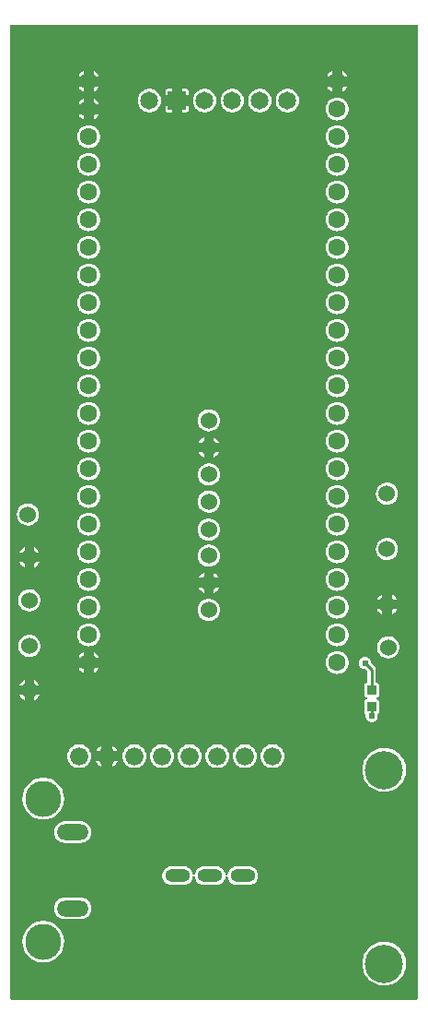
<source format=gtl>
G04 Layer: TopLayer*
G04 EasyEDA v6.5.51, 2026-01-24 23:07:51*
G04 24400cab11b14a41ade87b5bf348eb15,64650944e1e6431b8ca2675abf886f56,10*
G04 Gerber Generator version 0.2*
G04 Scale: 100 percent, Rotated: No, Reflected: No *
G04 Dimensions in millimeters *
G04 leading zeros omitted , absolute positions ,4 integer and 5 decimal *
%FSLAX45Y45*%
%MOMM*%

%AMMACRO1*21,1,$1,$2,0,0,$3*%
%ADD10C,0.2540*%
%ADD11MACRO1,0.864X0.8065X0.0000*%
%ADD12R,0.8640X0.8065*%
%ADD13C,1.6000*%
%ADD14C,3.5159*%
%ADD15O,2.91592X1.45796*%
%ADD16C,3.3160*%
%ADD17C,0.0198*%
%ADD18C,1.6764*%
%ADD19O,2.299995X1.199998*%
%ADD20C,1.5240*%
%ADD21C,1.6500*%
%ADD22MACRO1,1.65X1.65X0.0000*%
%ADD23C,1.6500*%
%ADD24C,0.6096*%

%LPD*%
G36*
X736092Y-3374085D02*
G01*
X732180Y-3373323D01*
X728878Y-3371087D01*
X726694Y-3367836D01*
X725932Y-3363925D01*
X725932Y5563920D01*
X726694Y5567832D01*
X728878Y5571083D01*
X732180Y5573318D01*
X736092Y5574080D01*
X4463948Y5574080D01*
X4467809Y5573318D01*
X4471111Y5571083D01*
X4473295Y5567832D01*
X4474108Y5563920D01*
X4474108Y-3363925D01*
X4473295Y-3367836D01*
X4471111Y-3371087D01*
X4467809Y-3373323D01*
X4463948Y-3374085D01*
G37*

%LPC*%
G36*
X4162145Y-3245053D02*
G01*
X4181601Y-3244545D01*
X4200956Y-3242208D01*
X4220006Y-3237992D01*
X4238498Y-3231997D01*
X4256379Y-3224225D01*
X4273397Y-3214725D01*
X4289450Y-3203651D01*
X4304334Y-3191103D01*
X4317949Y-3177133D01*
X4330192Y-3161944D01*
X4340860Y-3145637D01*
X4349902Y-3128416D01*
X4357268Y-3110331D01*
X4362805Y-3091688D01*
X4366564Y-3072536D01*
X4368444Y-3053130D01*
X4368444Y-3033674D01*
X4366564Y-3014268D01*
X4362805Y-2995117D01*
X4357268Y-2976473D01*
X4349902Y-2958388D01*
X4340860Y-2941167D01*
X4330192Y-2924860D01*
X4317949Y-2909671D01*
X4304334Y-2895701D01*
X4289450Y-2883154D01*
X4273397Y-2872079D01*
X4256379Y-2862580D01*
X4238498Y-2854807D01*
X4220006Y-2848813D01*
X4200956Y-2844596D01*
X4181601Y-2842260D01*
X4162145Y-2841752D01*
X4142689Y-2843174D01*
X4123486Y-2846476D01*
X4104690Y-2851607D01*
X4086453Y-2858516D01*
X4068978Y-2867152D01*
X4052417Y-2877413D01*
X4036923Y-2889250D01*
X4022648Y-2902508D01*
X4009745Y-2917088D01*
X3998264Y-2932887D01*
X3988409Y-2949651D01*
X3980179Y-2967329D01*
X3973728Y-2985719D01*
X3969054Y-3004667D01*
X3966260Y-3023920D01*
X3965295Y-3043428D01*
X3966260Y-3062884D01*
X3969054Y-3082137D01*
X3973728Y-3101086D01*
X3980179Y-3119475D01*
X3988409Y-3137154D01*
X3998264Y-3153918D01*
X4009745Y-3169716D01*
X4022648Y-3184296D01*
X4036923Y-3197555D01*
X4052417Y-3209391D01*
X4068978Y-3219653D01*
X4086453Y-3228289D01*
X4104690Y-3235198D01*
X4123486Y-3240328D01*
X4142689Y-3243630D01*
G37*
G36*
X1020521Y-3034588D02*
G01*
X1039672Y-3034588D01*
X1058672Y-3032709D01*
X1077417Y-3028899D01*
X1095654Y-3023260D01*
X1113282Y-3015843D01*
X1130046Y-3006699D01*
X1145844Y-2995930D01*
X1160475Y-2983687D01*
X1173835Y-2969971D01*
X1185722Y-2955036D01*
X1196086Y-2938983D01*
X1204823Y-2921965D01*
X1211834Y-2904185D01*
X1216964Y-2885795D01*
X1220317Y-2866999D01*
X1221740Y-2847949D01*
X1221232Y-2828848D01*
X1218895Y-2809849D01*
X1214628Y-2791206D01*
X1208532Y-2773121D01*
X1200658Y-2755696D01*
X1191107Y-2739136D01*
X1179982Y-2723642D01*
X1167333Y-2709316D01*
X1153312Y-2696311D01*
X1138072Y-2684780D01*
X1121765Y-2674823D01*
X1104544Y-2666492D01*
X1086612Y-2659989D01*
X1068070Y-2655265D01*
X1049172Y-2652420D01*
X1030122Y-2651455D01*
X1011021Y-2652420D01*
X992124Y-2655265D01*
X973582Y-2659989D01*
X955649Y-2666492D01*
X938428Y-2674823D01*
X922121Y-2684780D01*
X906881Y-2696311D01*
X892860Y-2709316D01*
X880211Y-2723642D01*
X869086Y-2739136D01*
X859536Y-2755696D01*
X851662Y-2773121D01*
X845566Y-2791206D01*
X841298Y-2809849D01*
X838962Y-2828848D01*
X838453Y-2847949D01*
X839876Y-2866999D01*
X843229Y-2885795D01*
X848360Y-2904185D01*
X855370Y-2921965D01*
X864108Y-2938983D01*
X874471Y-2955036D01*
X886358Y-2969971D01*
X899718Y-2983687D01*
X914349Y-2995930D01*
X930148Y-3006699D01*
X946912Y-3015843D01*
X964539Y-3023260D01*
X982776Y-3028899D01*
X1001521Y-3032709D01*
G37*
G36*
X1228547Y-2634945D02*
G01*
X1373682Y-2634945D01*
X1386890Y-2634081D01*
X1399590Y-2631541D01*
X1411833Y-2627426D01*
X1423416Y-2621686D01*
X1434134Y-2614523D01*
X1443888Y-2605989D01*
X1452372Y-2596286D01*
X1459585Y-2585516D01*
X1465275Y-2573934D01*
X1469440Y-2561691D01*
X1471930Y-2549042D01*
X1472793Y-2536139D01*
X1471930Y-2523236D01*
X1469440Y-2510586D01*
X1465275Y-2498344D01*
X1459585Y-2486761D01*
X1452372Y-2475992D01*
X1443888Y-2466289D01*
X1434134Y-2457754D01*
X1423416Y-2450592D01*
X1411833Y-2444851D01*
X1399590Y-2440736D01*
X1386890Y-2438196D01*
X1373682Y-2437333D01*
X1228547Y-2437333D01*
X1215339Y-2438196D01*
X1202639Y-2440736D01*
X1190396Y-2444851D01*
X1178814Y-2450592D01*
X1168095Y-2457754D01*
X1158341Y-2466289D01*
X1149858Y-2475992D01*
X1142644Y-2486761D01*
X1136954Y-2498344D01*
X1132789Y-2510586D01*
X1130300Y-2523236D01*
X1129436Y-2536139D01*
X1130300Y-2549042D01*
X1132789Y-2561691D01*
X1136954Y-2573934D01*
X1142644Y-2585516D01*
X1149858Y-2596286D01*
X1158341Y-2605989D01*
X1168095Y-2614523D01*
X1178814Y-2621686D01*
X1190396Y-2627426D01*
X1202639Y-2631541D01*
X1215339Y-2634081D01*
G37*
G36*
X2210765Y-2321102D02*
G01*
X2320036Y-2321102D01*
X2332634Y-2320188D01*
X2344572Y-2317597D01*
X2356053Y-2313330D01*
X2366822Y-2307437D01*
X2376627Y-2300122D01*
X2385314Y-2291435D01*
X2392629Y-2281631D01*
X2398522Y-2270861D01*
X2402789Y-2259380D01*
X2405481Y-2247138D01*
X2407005Y-2243531D01*
X2409799Y-2240788D01*
X2413457Y-2239314D01*
X2417368Y-2239314D01*
X2420975Y-2240788D01*
X2423769Y-2243531D01*
X2425344Y-2247138D01*
X2427986Y-2259380D01*
X2432253Y-2270861D01*
X2438146Y-2281631D01*
X2445512Y-2291435D01*
X2454148Y-2300122D01*
X2463952Y-2307437D01*
X2474722Y-2313330D01*
X2486202Y-2317597D01*
X2498191Y-2320188D01*
X2510739Y-2321102D01*
X2620060Y-2321102D01*
X2632608Y-2320188D01*
X2644597Y-2317597D01*
X2656078Y-2313330D01*
X2666847Y-2307437D01*
X2676652Y-2300122D01*
X2685288Y-2291435D01*
X2692654Y-2281631D01*
X2698496Y-2270861D01*
X2702814Y-2259380D01*
X2705455Y-2247138D01*
X2707030Y-2243531D01*
X2709824Y-2240788D01*
X2713431Y-2239314D01*
X2717342Y-2239314D01*
X2721000Y-2240788D01*
X2723794Y-2243531D01*
X2725318Y-2247138D01*
X2728010Y-2259380D01*
X2732278Y-2270861D01*
X2738170Y-2281631D01*
X2745486Y-2291435D01*
X2754172Y-2300122D01*
X2763977Y-2307437D01*
X2774746Y-2313330D01*
X2786227Y-2317597D01*
X2798165Y-2320188D01*
X2810764Y-2321102D01*
X2920034Y-2321102D01*
X2932633Y-2320188D01*
X2944571Y-2317597D01*
X2956052Y-2313330D01*
X2966821Y-2307437D01*
X2976626Y-2300122D01*
X2985312Y-2291435D01*
X2992628Y-2281631D01*
X2998520Y-2270861D01*
X3002788Y-2259380D01*
X3005429Y-2247442D01*
X3006293Y-2235200D01*
X3005429Y-2222957D01*
X3002788Y-2211019D01*
X2998520Y-2199538D01*
X2992628Y-2188768D01*
X2985312Y-2178964D01*
X2976626Y-2170277D01*
X2966821Y-2162962D01*
X2956052Y-2157069D01*
X2944571Y-2152802D01*
X2932633Y-2150211D01*
X2920034Y-2149297D01*
X2810764Y-2149297D01*
X2798165Y-2150211D01*
X2786227Y-2152802D01*
X2774746Y-2157069D01*
X2763977Y-2162962D01*
X2754172Y-2170277D01*
X2745486Y-2178964D01*
X2738170Y-2188768D01*
X2732278Y-2199538D01*
X2728010Y-2211019D01*
X2725318Y-2223262D01*
X2723794Y-2226868D01*
X2721000Y-2229612D01*
X2717342Y-2231085D01*
X2713431Y-2231085D01*
X2709824Y-2229612D01*
X2707030Y-2226868D01*
X2705455Y-2223262D01*
X2702814Y-2211019D01*
X2698496Y-2199538D01*
X2692654Y-2188768D01*
X2685288Y-2178964D01*
X2676652Y-2170277D01*
X2666847Y-2162962D01*
X2656078Y-2157069D01*
X2644597Y-2152802D01*
X2632608Y-2150211D01*
X2620060Y-2149297D01*
X2510739Y-2149297D01*
X2498191Y-2150211D01*
X2486202Y-2152802D01*
X2474722Y-2157069D01*
X2463952Y-2162962D01*
X2454148Y-2170277D01*
X2445512Y-2178964D01*
X2438146Y-2188768D01*
X2432253Y-2199538D01*
X2427986Y-2211019D01*
X2425344Y-2223262D01*
X2423769Y-2226868D01*
X2420975Y-2229612D01*
X2417368Y-2231085D01*
X2413457Y-2231085D01*
X2409799Y-2229612D01*
X2407005Y-2226868D01*
X2405481Y-2223262D01*
X2402789Y-2211019D01*
X2398522Y-2199538D01*
X2392629Y-2188768D01*
X2385314Y-2178964D01*
X2376627Y-2170277D01*
X2366822Y-2162962D01*
X2356053Y-2157069D01*
X2344572Y-2152802D01*
X2332634Y-2150211D01*
X2320036Y-2149297D01*
X2210765Y-2149297D01*
X2198166Y-2150211D01*
X2186228Y-2152802D01*
X2174748Y-2157069D01*
X2163978Y-2162962D01*
X2154174Y-2170277D01*
X2145487Y-2178964D01*
X2138172Y-2188768D01*
X2132279Y-2199538D01*
X2128012Y-2211019D01*
X2125370Y-2222957D01*
X2124506Y-2235200D01*
X2125370Y-2247442D01*
X2128012Y-2259380D01*
X2132279Y-2270861D01*
X2138172Y-2281631D01*
X2145487Y-2291435D01*
X2154174Y-2300122D01*
X2163978Y-2307437D01*
X2174748Y-2313330D01*
X2186228Y-2317597D01*
X2198166Y-2320188D01*
G37*
G36*
X1228547Y-1934972D02*
G01*
X1373682Y-1934972D01*
X1386890Y-1934057D01*
X1399590Y-1931568D01*
X1411833Y-1927402D01*
X1423416Y-1921713D01*
X1434134Y-1914499D01*
X1443888Y-1906016D01*
X1452372Y-1896262D01*
X1459585Y-1885543D01*
X1465275Y-1873961D01*
X1469440Y-1861718D01*
X1471930Y-1849018D01*
X1472793Y-1836166D01*
X1471930Y-1823262D01*
X1469440Y-1810562D01*
X1465275Y-1798320D01*
X1459585Y-1786737D01*
X1452372Y-1776018D01*
X1443888Y-1766265D01*
X1434134Y-1757781D01*
X1423416Y-1750568D01*
X1411833Y-1744878D01*
X1399590Y-1740712D01*
X1386890Y-1738223D01*
X1373682Y-1737360D01*
X1228547Y-1737360D01*
X1215339Y-1738223D01*
X1202639Y-1740712D01*
X1190396Y-1744878D01*
X1178814Y-1750568D01*
X1168095Y-1757781D01*
X1158341Y-1766265D01*
X1149858Y-1776018D01*
X1142644Y-1786737D01*
X1136954Y-1798320D01*
X1132789Y-1810562D01*
X1130300Y-1823262D01*
X1129436Y-1836166D01*
X1130300Y-1849018D01*
X1132789Y-1861718D01*
X1136954Y-1873961D01*
X1142644Y-1885543D01*
X1149858Y-1896262D01*
X1158341Y-1906016D01*
X1168095Y-1914499D01*
X1178814Y-1921713D01*
X1190396Y-1927402D01*
X1202639Y-1931568D01*
X1215339Y-1934057D01*
G37*
G36*
X1030122Y-1720850D02*
G01*
X1049172Y-1719884D01*
X1068070Y-1717039D01*
X1086612Y-1712315D01*
X1104544Y-1705813D01*
X1121765Y-1697482D01*
X1138072Y-1687525D01*
X1153312Y-1675993D01*
X1167333Y-1662988D01*
X1179982Y-1648663D01*
X1191107Y-1633169D01*
X1200658Y-1616608D01*
X1208532Y-1599184D01*
X1214628Y-1581099D01*
X1218895Y-1562455D01*
X1221232Y-1543456D01*
X1221740Y-1524355D01*
X1220317Y-1505305D01*
X1216964Y-1486509D01*
X1211834Y-1468120D01*
X1204823Y-1450340D01*
X1196086Y-1433322D01*
X1185722Y-1417269D01*
X1173835Y-1402334D01*
X1160475Y-1388618D01*
X1145844Y-1376375D01*
X1130046Y-1365605D01*
X1113282Y-1356461D01*
X1095654Y-1349044D01*
X1077417Y-1343406D01*
X1058672Y-1339596D01*
X1039672Y-1337716D01*
X1020521Y-1337716D01*
X1001521Y-1339596D01*
X982776Y-1343406D01*
X964539Y-1349044D01*
X946912Y-1356461D01*
X930148Y-1365605D01*
X914349Y-1376375D01*
X899718Y-1388618D01*
X886358Y-1402334D01*
X874471Y-1417269D01*
X864108Y-1433322D01*
X855370Y-1450340D01*
X848360Y-1468120D01*
X843229Y-1486509D01*
X839876Y-1505305D01*
X838453Y-1524355D01*
X838962Y-1543456D01*
X841298Y-1562455D01*
X845566Y-1581099D01*
X851662Y-1599184D01*
X859536Y-1616608D01*
X869086Y-1633169D01*
X880211Y-1648663D01*
X892860Y-1662988D01*
X906881Y-1675993D01*
X922121Y-1687525D01*
X938428Y-1697482D01*
X955649Y-1705813D01*
X973582Y-1712315D01*
X992124Y-1717039D01*
X1011021Y-1719884D01*
G37*
G36*
X4162145Y-1467053D02*
G01*
X4181601Y-1466545D01*
X4200956Y-1464208D01*
X4220006Y-1459992D01*
X4238498Y-1453997D01*
X4256379Y-1446225D01*
X4273397Y-1436725D01*
X4289450Y-1425651D01*
X4304334Y-1413103D01*
X4317949Y-1399133D01*
X4330192Y-1383944D01*
X4340860Y-1367637D01*
X4349902Y-1350416D01*
X4357268Y-1332331D01*
X4362805Y-1313688D01*
X4366564Y-1294536D01*
X4368444Y-1275130D01*
X4368444Y-1255674D01*
X4366564Y-1236268D01*
X4362805Y-1217117D01*
X4357268Y-1198473D01*
X4349902Y-1180388D01*
X4340860Y-1163167D01*
X4330192Y-1146860D01*
X4317949Y-1131671D01*
X4304334Y-1117701D01*
X4289450Y-1105154D01*
X4273397Y-1094079D01*
X4256379Y-1084580D01*
X4238498Y-1076807D01*
X4220006Y-1070813D01*
X4200956Y-1066596D01*
X4181601Y-1064260D01*
X4162145Y-1063752D01*
X4142689Y-1065174D01*
X4123486Y-1068476D01*
X4104690Y-1073607D01*
X4086453Y-1080516D01*
X4068978Y-1089152D01*
X4052417Y-1099413D01*
X4036923Y-1111250D01*
X4022648Y-1124508D01*
X4009745Y-1139088D01*
X3998264Y-1154887D01*
X3988409Y-1171651D01*
X3980179Y-1189329D01*
X3973728Y-1207719D01*
X3969054Y-1226667D01*
X3966260Y-1245920D01*
X3965295Y-1265428D01*
X3966260Y-1284884D01*
X3969054Y-1304137D01*
X3973728Y-1323086D01*
X3980179Y-1341475D01*
X3988409Y-1359154D01*
X3998264Y-1375918D01*
X4009745Y-1391716D01*
X4022648Y-1406296D01*
X4036923Y-1419555D01*
X4052417Y-1431391D01*
X4068978Y-1441653D01*
X4086453Y-1450289D01*
X4104690Y-1457198D01*
X4123486Y-1462328D01*
X4142689Y-1465630D01*
G37*
G36*
X2630322Y-1248105D02*
G01*
X2644343Y-1247190D01*
X2658110Y-1244498D01*
X2671470Y-1240078D01*
X2684119Y-1233982D01*
X2695905Y-1226312D01*
X2706624Y-1217218D01*
X2716072Y-1206804D01*
X2724099Y-1195273D01*
X2730601Y-1182827D01*
X2735478Y-1169619D01*
X2738577Y-1155903D01*
X2739948Y-1141933D01*
X2739491Y-1127861D01*
X2737256Y-1113993D01*
X2733243Y-1100531D01*
X2727553Y-1087678D01*
X2720289Y-1075639D01*
X2711500Y-1064666D01*
X2701391Y-1054862D01*
X2690164Y-1046480D01*
X2677922Y-1039571D01*
X2664866Y-1034287D01*
X2651252Y-1030732D01*
X2637332Y-1028903D01*
X2623261Y-1028903D01*
X2609342Y-1030732D01*
X2595727Y-1034287D01*
X2582672Y-1039571D01*
X2570429Y-1046480D01*
X2559202Y-1054862D01*
X2549093Y-1064666D01*
X2540304Y-1075639D01*
X2533040Y-1087678D01*
X2527350Y-1100531D01*
X2523337Y-1113993D01*
X2521102Y-1127861D01*
X2520645Y-1141933D01*
X2522016Y-1155903D01*
X2525115Y-1169619D01*
X2529992Y-1182827D01*
X2536494Y-1195273D01*
X2544521Y-1206804D01*
X2553970Y-1217218D01*
X2564688Y-1226312D01*
X2576474Y-1233982D01*
X2589123Y-1240078D01*
X2602484Y-1244498D01*
X2616250Y-1247190D01*
G37*
G36*
X2884322Y-1248105D02*
G01*
X2898343Y-1247190D01*
X2912110Y-1244498D01*
X2925470Y-1240078D01*
X2938119Y-1233982D01*
X2949905Y-1226312D01*
X2960624Y-1217218D01*
X2970072Y-1206804D01*
X2978099Y-1195273D01*
X2984601Y-1182827D01*
X2989478Y-1169619D01*
X2992577Y-1155903D01*
X2993948Y-1141933D01*
X2993491Y-1127861D01*
X2991256Y-1113993D01*
X2987243Y-1100531D01*
X2981553Y-1087678D01*
X2974289Y-1075639D01*
X2965500Y-1064666D01*
X2955391Y-1054862D01*
X2944164Y-1046480D01*
X2931922Y-1039571D01*
X2918866Y-1034287D01*
X2905252Y-1030732D01*
X2891332Y-1028903D01*
X2877261Y-1028903D01*
X2863342Y-1030732D01*
X2849727Y-1034287D01*
X2836672Y-1039571D01*
X2824429Y-1046480D01*
X2813202Y-1054862D01*
X2803093Y-1064666D01*
X2794304Y-1075639D01*
X2787040Y-1087678D01*
X2781350Y-1100531D01*
X2777337Y-1113993D01*
X2775102Y-1127861D01*
X2774645Y-1141933D01*
X2776016Y-1155903D01*
X2779115Y-1169619D01*
X2783992Y-1182827D01*
X2790494Y-1195273D01*
X2798521Y-1206804D01*
X2807970Y-1217218D01*
X2818688Y-1226312D01*
X2830474Y-1233982D01*
X2843123Y-1240078D01*
X2856484Y-1244498D01*
X2870250Y-1247190D01*
G37*
G36*
X2122322Y-1248105D02*
G01*
X2136343Y-1247190D01*
X2150110Y-1244498D01*
X2163470Y-1240078D01*
X2176119Y-1233982D01*
X2187905Y-1226312D01*
X2198624Y-1217218D01*
X2208072Y-1206804D01*
X2216099Y-1195273D01*
X2222601Y-1182827D01*
X2227478Y-1169619D01*
X2230577Y-1155903D01*
X2231948Y-1141933D01*
X2231491Y-1127861D01*
X2229256Y-1113993D01*
X2225243Y-1100531D01*
X2219553Y-1087678D01*
X2212289Y-1075639D01*
X2203500Y-1064666D01*
X2193391Y-1054862D01*
X2182164Y-1046480D01*
X2169922Y-1039571D01*
X2156866Y-1034287D01*
X2143252Y-1030732D01*
X2129332Y-1028903D01*
X2115261Y-1028903D01*
X2101342Y-1030732D01*
X2087727Y-1034287D01*
X2074672Y-1039571D01*
X2062429Y-1046480D01*
X2051202Y-1054862D01*
X2041093Y-1064666D01*
X2032304Y-1075639D01*
X2025040Y-1087678D01*
X2019350Y-1100531D01*
X2015337Y-1113993D01*
X2013102Y-1127861D01*
X2012645Y-1141933D01*
X2014016Y-1155903D01*
X2017115Y-1169619D01*
X2021992Y-1182827D01*
X2028494Y-1195273D01*
X2036521Y-1206804D01*
X2045970Y-1217218D01*
X2056688Y-1226312D01*
X2068474Y-1233982D01*
X2081123Y-1240078D01*
X2094484Y-1244498D01*
X2108250Y-1247190D01*
G37*
G36*
X2376322Y-1248105D02*
G01*
X2390343Y-1247190D01*
X2404110Y-1244498D01*
X2417470Y-1240078D01*
X2430119Y-1233982D01*
X2441905Y-1226312D01*
X2452624Y-1217218D01*
X2462072Y-1206804D01*
X2470099Y-1195273D01*
X2476601Y-1182827D01*
X2481478Y-1169619D01*
X2484577Y-1155903D01*
X2485948Y-1141933D01*
X2485491Y-1127861D01*
X2483256Y-1113993D01*
X2479243Y-1100531D01*
X2473553Y-1087678D01*
X2466289Y-1075639D01*
X2457500Y-1064666D01*
X2447391Y-1054862D01*
X2436164Y-1046480D01*
X2423922Y-1039571D01*
X2410866Y-1034287D01*
X2397252Y-1030732D01*
X2383332Y-1028903D01*
X2369261Y-1028903D01*
X2355342Y-1030732D01*
X2341727Y-1034287D01*
X2328672Y-1039571D01*
X2316429Y-1046480D01*
X2305202Y-1054862D01*
X2295093Y-1064666D01*
X2286304Y-1075639D01*
X2279040Y-1087678D01*
X2273350Y-1100531D01*
X2269337Y-1113993D01*
X2267102Y-1127861D01*
X2266645Y-1141933D01*
X2268016Y-1155903D01*
X2271115Y-1169619D01*
X2275992Y-1182827D01*
X2282494Y-1195273D01*
X2290521Y-1206804D01*
X2299970Y-1217218D01*
X2310688Y-1226312D01*
X2322474Y-1233982D01*
X2335123Y-1240078D01*
X2348484Y-1244498D01*
X2362250Y-1247190D01*
G37*
G36*
X3138322Y-1248105D02*
G01*
X3152343Y-1247190D01*
X3166110Y-1244498D01*
X3179470Y-1240078D01*
X3192119Y-1233982D01*
X3203905Y-1226312D01*
X3214624Y-1217218D01*
X3224072Y-1206804D01*
X3232099Y-1195273D01*
X3238601Y-1182827D01*
X3243478Y-1169619D01*
X3246577Y-1155903D01*
X3247948Y-1141933D01*
X3247491Y-1127861D01*
X3245256Y-1113993D01*
X3241243Y-1100531D01*
X3235553Y-1087678D01*
X3228289Y-1075639D01*
X3219500Y-1064666D01*
X3209391Y-1054862D01*
X3198164Y-1046480D01*
X3185922Y-1039571D01*
X3172866Y-1034287D01*
X3159252Y-1030732D01*
X3145332Y-1028903D01*
X3131261Y-1028903D01*
X3117342Y-1030732D01*
X3103727Y-1034287D01*
X3090672Y-1039571D01*
X3078429Y-1046480D01*
X3067202Y-1054862D01*
X3057093Y-1064666D01*
X3048304Y-1075639D01*
X3041040Y-1087678D01*
X3035350Y-1100531D01*
X3031337Y-1113993D01*
X3029102Y-1127861D01*
X3028645Y-1141933D01*
X3030016Y-1155903D01*
X3033115Y-1169619D01*
X3037992Y-1182827D01*
X3044494Y-1195273D01*
X3052521Y-1206804D01*
X3061970Y-1217218D01*
X3072688Y-1226312D01*
X3084474Y-1233982D01*
X3097123Y-1240078D01*
X3110484Y-1244498D01*
X3124250Y-1247190D01*
G37*
G36*
X1868322Y-1248105D02*
G01*
X1882343Y-1247190D01*
X1896110Y-1244498D01*
X1909470Y-1240078D01*
X1922119Y-1233982D01*
X1933905Y-1226312D01*
X1944624Y-1217218D01*
X1954072Y-1206804D01*
X1962099Y-1195273D01*
X1968601Y-1182827D01*
X1973478Y-1169619D01*
X1976577Y-1155903D01*
X1977948Y-1141933D01*
X1977491Y-1127861D01*
X1975256Y-1113993D01*
X1971243Y-1100531D01*
X1965553Y-1087678D01*
X1958289Y-1075639D01*
X1949500Y-1064666D01*
X1939391Y-1054862D01*
X1928164Y-1046480D01*
X1915922Y-1039571D01*
X1902866Y-1034287D01*
X1889252Y-1030732D01*
X1875332Y-1028903D01*
X1861261Y-1028903D01*
X1847342Y-1030732D01*
X1833727Y-1034287D01*
X1820672Y-1039571D01*
X1808429Y-1046480D01*
X1797202Y-1054862D01*
X1787093Y-1064666D01*
X1778304Y-1075639D01*
X1771040Y-1087678D01*
X1765350Y-1100531D01*
X1761337Y-1113993D01*
X1759102Y-1127861D01*
X1758645Y-1141933D01*
X1760016Y-1155903D01*
X1763115Y-1169619D01*
X1767992Y-1182827D01*
X1774494Y-1195273D01*
X1782521Y-1206804D01*
X1791970Y-1217218D01*
X1802688Y-1226312D01*
X1814474Y-1233982D01*
X1827123Y-1240078D01*
X1840484Y-1244498D01*
X1854250Y-1247190D01*
G37*
G36*
X1360322Y-1248105D02*
G01*
X1374343Y-1247190D01*
X1388110Y-1244498D01*
X1401470Y-1240078D01*
X1414119Y-1233982D01*
X1425905Y-1226312D01*
X1436624Y-1217218D01*
X1446072Y-1206804D01*
X1454099Y-1195273D01*
X1460601Y-1182827D01*
X1465478Y-1169619D01*
X1468577Y-1155903D01*
X1469948Y-1141933D01*
X1469491Y-1127861D01*
X1467256Y-1113993D01*
X1463243Y-1100531D01*
X1457553Y-1087678D01*
X1450289Y-1075639D01*
X1441500Y-1064666D01*
X1431391Y-1054862D01*
X1420164Y-1046480D01*
X1407922Y-1039571D01*
X1394866Y-1034287D01*
X1381252Y-1030732D01*
X1367332Y-1028903D01*
X1353261Y-1028903D01*
X1339342Y-1030732D01*
X1325727Y-1034287D01*
X1312672Y-1039571D01*
X1300429Y-1046480D01*
X1289202Y-1054862D01*
X1279093Y-1064666D01*
X1270304Y-1075639D01*
X1263040Y-1087678D01*
X1257350Y-1100531D01*
X1253337Y-1113993D01*
X1251102Y-1127861D01*
X1250645Y-1141933D01*
X1252016Y-1155903D01*
X1255115Y-1169619D01*
X1259992Y-1182827D01*
X1266494Y-1195273D01*
X1274521Y-1206804D01*
X1283970Y-1217218D01*
X1294688Y-1226312D01*
X1306474Y-1233982D01*
X1319123Y-1240078D01*
X1332484Y-1244498D01*
X1346250Y-1247190D01*
G37*
G36*
X1662582Y-1236675D02*
G01*
X1668119Y-1233982D01*
X1679905Y-1226312D01*
X1690624Y-1217218D01*
X1700072Y-1206804D01*
X1708099Y-1195273D01*
X1712620Y-1186688D01*
X1662582Y-1186688D01*
G37*
G36*
X1566062Y-1236675D02*
G01*
X1566062Y-1186688D01*
X1515973Y-1186688D01*
X1520494Y-1195273D01*
X1528521Y-1206804D01*
X1537970Y-1217218D01*
X1548688Y-1226312D01*
X1560474Y-1233982D01*
G37*
G36*
X1662582Y-1090168D02*
G01*
X1712671Y-1090168D01*
X1711553Y-1087678D01*
X1704289Y-1075639D01*
X1695500Y-1064666D01*
X1685391Y-1054862D01*
X1674164Y-1046480D01*
X1662582Y-1039926D01*
G37*
G36*
X1515922Y-1090168D02*
G01*
X1566062Y-1090168D01*
X1566062Y-1039926D01*
X1554429Y-1046480D01*
X1543202Y-1054862D01*
X1533093Y-1064666D01*
X1524304Y-1075639D01*
X1517040Y-1087678D01*
G37*
G36*
X4051300Y-827786D02*
G01*
X4061104Y-826922D01*
X4070553Y-824382D01*
X4079494Y-820267D01*
X4087520Y-814628D01*
X4094479Y-807669D01*
X4100118Y-799642D01*
X4104233Y-790702D01*
X4106773Y-781253D01*
X4107637Y-771448D01*
X4106773Y-761644D01*
X4105554Y-757072D01*
X4105351Y-752805D01*
X4106926Y-748842D01*
X4114698Y-741375D01*
X4117797Y-736447D01*
X4119676Y-731012D01*
X4120387Y-724662D01*
X4120387Y-645160D01*
X4119676Y-638860D01*
X4117797Y-633374D01*
X4114698Y-628497D01*
X4110634Y-624382D01*
X4105706Y-621334D01*
X4099661Y-619201D01*
X4096105Y-617067D01*
X4093667Y-613664D01*
X4092854Y-609600D01*
X4093667Y-605536D01*
X4096105Y-602132D01*
X4099661Y-599998D01*
X4105706Y-597865D01*
X4110634Y-594817D01*
X4114698Y-590702D01*
X4117797Y-585825D01*
X4119676Y-580339D01*
X4120387Y-574040D01*
X4120387Y-494538D01*
X4119676Y-488188D01*
X4117797Y-482752D01*
X4114698Y-477824D01*
X4110634Y-473760D01*
X4105706Y-470662D01*
X4100271Y-468731D01*
X4095394Y-467563D01*
X4092498Y-465277D01*
X4090568Y-462127D01*
X4089908Y-458520D01*
X4089908Y-346405D01*
X4089095Y-338378D01*
X4086910Y-331165D01*
X4083354Y-324459D01*
X4078274Y-318262D01*
X4049014Y-289001D01*
X4046982Y-286105D01*
X4046067Y-282702D01*
X4045356Y-274675D01*
X4042816Y-265226D01*
X4038701Y-256286D01*
X4033062Y-248259D01*
X4026103Y-241300D01*
X4018076Y-235661D01*
X4009136Y-231546D01*
X3999687Y-229006D01*
X3989882Y-228142D01*
X3980078Y-229006D01*
X3970629Y-231546D01*
X3961688Y-235661D01*
X3953662Y-241300D01*
X3946702Y-248259D01*
X3941064Y-256286D01*
X3936949Y-265226D01*
X3934409Y-274675D01*
X3933545Y-284480D01*
X3934409Y-294284D01*
X3936949Y-303733D01*
X3941064Y-312674D01*
X3946702Y-320700D01*
X3953662Y-327660D01*
X3961688Y-333298D01*
X3970629Y-337413D01*
X3980078Y-339953D01*
X3988104Y-340664D01*
X3991508Y-341579D01*
X3994404Y-343611D01*
X4009694Y-358902D01*
X4011929Y-362204D01*
X4012692Y-366115D01*
X4012692Y-458520D01*
X4012031Y-462127D01*
X4010101Y-465277D01*
X4007205Y-467563D01*
X4002328Y-468731D01*
X3996893Y-470662D01*
X3991965Y-473760D01*
X3987901Y-477824D01*
X3984802Y-482752D01*
X3982923Y-488188D01*
X3982212Y-494538D01*
X3982212Y-574040D01*
X3982923Y-580339D01*
X3984802Y-585825D01*
X3987901Y-590702D01*
X3991965Y-594817D01*
X3996893Y-597865D01*
X4002938Y-599998D01*
X4006494Y-602132D01*
X4008932Y-605536D01*
X4009745Y-609600D01*
X4008932Y-613664D01*
X4006494Y-617067D01*
X4002938Y-619201D01*
X3996893Y-621334D01*
X3991965Y-624382D01*
X3987901Y-628497D01*
X3984802Y-633374D01*
X3982923Y-638860D01*
X3982212Y-645160D01*
X3982212Y-724662D01*
X3982923Y-731012D01*
X3984802Y-736447D01*
X3987901Y-741375D01*
X3995674Y-748842D01*
X3997248Y-752805D01*
X3997045Y-757072D01*
X3995826Y-761644D01*
X3994962Y-771448D01*
X3995826Y-781253D01*
X3998366Y-790702D01*
X4002481Y-799642D01*
X4008120Y-807669D01*
X4015079Y-814628D01*
X4023106Y-820267D01*
X4032046Y-824382D01*
X4041495Y-826922D01*
G37*
G36*
X857250Y-625195D02*
G01*
X857250Y-577850D01*
X809904Y-577850D01*
X810564Y-579424D01*
X817524Y-591159D01*
X826008Y-601878D01*
X835812Y-611378D01*
X846785Y-619455D01*
G37*
G36*
X946150Y-625043D02*
G01*
X950772Y-622909D01*
X962253Y-615594D01*
X972667Y-606806D01*
X981811Y-596646D01*
X989533Y-585419D01*
X993343Y-577850D01*
X946150Y-577850D01*
G37*
G36*
X946150Y-488950D02*
G01*
X993343Y-488950D01*
X989533Y-481380D01*
X981811Y-470154D01*
X972667Y-460044D01*
X962253Y-451205D01*
X950772Y-443890D01*
X946150Y-441756D01*
G37*
G36*
X809904Y-488950D02*
G01*
X857250Y-488950D01*
X857250Y-441604D01*
X846785Y-447344D01*
X835812Y-455422D01*
X826008Y-464921D01*
X817524Y-475640D01*
X810564Y-487375D01*
G37*
G36*
X3733800Y-385267D02*
G01*
X3747617Y-384352D01*
X3761181Y-381660D01*
X3774338Y-377240D01*
X3786733Y-371094D01*
X3798265Y-363423D01*
X3808679Y-354279D01*
X3817823Y-343865D01*
X3825494Y-332333D01*
X3831640Y-319938D01*
X3836060Y-306781D01*
X3838752Y-293217D01*
X3839667Y-279400D01*
X3838752Y-265582D01*
X3836060Y-251967D01*
X3831640Y-238861D01*
X3825494Y-226466D01*
X3817823Y-214934D01*
X3808679Y-204520D01*
X3798265Y-195376D01*
X3786733Y-187706D01*
X3774338Y-181559D01*
X3761181Y-177139D01*
X3747617Y-174396D01*
X3733800Y-173532D01*
X3719982Y-174396D01*
X3706368Y-177139D01*
X3693261Y-181559D01*
X3680866Y-187706D01*
X3669334Y-195376D01*
X3658920Y-204520D01*
X3649776Y-214934D01*
X3642106Y-226466D01*
X3635959Y-238861D01*
X3631539Y-251967D01*
X3628796Y-265582D01*
X3627932Y-279400D01*
X3628796Y-293217D01*
X3631539Y-306781D01*
X3635959Y-319938D01*
X3642106Y-332333D01*
X3649776Y-343865D01*
X3658920Y-354279D01*
X3669334Y-363423D01*
X3680866Y-371094D01*
X3693261Y-377240D01*
X3706368Y-381660D01*
X3719982Y-384352D01*
G37*
G36*
X1494129Y-374345D02*
G01*
X1500733Y-371094D01*
X1512265Y-363423D01*
X1522679Y-354279D01*
X1531823Y-343865D01*
X1539494Y-332333D01*
X1542745Y-325729D01*
X1494129Y-325729D01*
G37*
G36*
X1401470Y-374345D02*
G01*
X1401470Y-325729D01*
X1352854Y-325729D01*
X1356106Y-332333D01*
X1363776Y-343865D01*
X1372920Y-354279D01*
X1383334Y-363423D01*
X1394866Y-371094D01*
G37*
G36*
X4200296Y-241706D02*
G01*
X4213910Y-241300D01*
X4227372Y-239014D01*
X4240377Y-234950D01*
X4252772Y-229209D01*
X4264253Y-221894D01*
X4274667Y-213106D01*
X4283811Y-202946D01*
X4291533Y-191719D01*
X4297680Y-179578D01*
X4302150Y-166674D01*
X4304893Y-153314D01*
X4305808Y-139700D01*
X4304893Y-126085D01*
X4302150Y-112725D01*
X4297680Y-99872D01*
X4291533Y-87680D01*
X4283811Y-76454D01*
X4274667Y-66344D01*
X4264253Y-57505D01*
X4252772Y-50190D01*
X4240377Y-44450D01*
X4227372Y-40386D01*
X4213910Y-38150D01*
X4200296Y-37693D01*
X4186732Y-39014D01*
X4173474Y-42214D01*
X4160723Y-47091D01*
X4148785Y-53644D01*
X4137812Y-61722D01*
X4128008Y-71221D01*
X4119524Y-81940D01*
X4112564Y-93675D01*
X4107281Y-106222D01*
X4103674Y-119380D01*
X4101846Y-132892D01*
X4101846Y-146507D01*
X4103674Y-160020D01*
X4107281Y-173177D01*
X4112564Y-185724D01*
X4119524Y-197459D01*
X4128008Y-208178D01*
X4137812Y-217678D01*
X4148785Y-225755D01*
X4160723Y-232308D01*
X4173474Y-237185D01*
X4186732Y-240385D01*
G37*
G36*
X1494129Y-233070D02*
G01*
X1542745Y-233070D01*
X1539494Y-226466D01*
X1531823Y-214934D01*
X1522679Y-204520D01*
X1512265Y-195376D01*
X1500733Y-187706D01*
X1494129Y-184454D01*
G37*
G36*
X1352854Y-233070D02*
G01*
X1401470Y-233070D01*
X1401470Y-184454D01*
X1394866Y-187706D01*
X1383334Y-195376D01*
X1372920Y-204520D01*
X1363776Y-214934D01*
X1356106Y-226466D01*
G37*
G36*
X898296Y-229006D02*
G01*
X911910Y-228600D01*
X925372Y-226314D01*
X938377Y-222250D01*
X950772Y-216509D01*
X962253Y-209194D01*
X972667Y-200406D01*
X981811Y-190246D01*
X989533Y-179019D01*
X995680Y-166878D01*
X1000150Y-153974D01*
X1002893Y-140614D01*
X1003808Y-127000D01*
X1002893Y-113385D01*
X1000150Y-100025D01*
X995680Y-87172D01*
X989533Y-74980D01*
X981811Y-63754D01*
X972667Y-53644D01*
X962253Y-44805D01*
X950772Y-37490D01*
X938377Y-31750D01*
X925372Y-27686D01*
X911910Y-25450D01*
X898296Y-24993D01*
X884732Y-26314D01*
X871474Y-29514D01*
X858723Y-34391D01*
X846785Y-40944D01*
X835812Y-49022D01*
X826008Y-58521D01*
X817524Y-69240D01*
X810564Y-80975D01*
X805281Y-93522D01*
X801674Y-106680D01*
X799846Y-120192D01*
X799846Y-133807D01*
X801674Y-147320D01*
X805281Y-160477D01*
X810564Y-173024D01*
X817524Y-184759D01*
X826008Y-195478D01*
X835812Y-204978D01*
X846785Y-213055D01*
X858723Y-219608D01*
X871474Y-224485D01*
X884732Y-227685D01*
G37*
G36*
X1447800Y-131267D02*
G01*
X1461617Y-130352D01*
X1475232Y-127660D01*
X1488338Y-123240D01*
X1500733Y-117094D01*
X1512265Y-109423D01*
X1522679Y-100279D01*
X1531823Y-89865D01*
X1539494Y-78333D01*
X1545640Y-65938D01*
X1550060Y-52781D01*
X1552803Y-39217D01*
X1553667Y-25400D01*
X1552803Y-11582D01*
X1550060Y2032D01*
X1545640Y15138D01*
X1539494Y27533D01*
X1531823Y39065D01*
X1522679Y49479D01*
X1512265Y58623D01*
X1500733Y66294D01*
X1488338Y72440D01*
X1475232Y76860D01*
X1461617Y79603D01*
X1447800Y80467D01*
X1433982Y79603D01*
X1420418Y76860D01*
X1407261Y72440D01*
X1394866Y66294D01*
X1383334Y58623D01*
X1372920Y49479D01*
X1363776Y39065D01*
X1356106Y27533D01*
X1349959Y15138D01*
X1345539Y2032D01*
X1342847Y-11582D01*
X1341932Y-25400D01*
X1342847Y-39217D01*
X1345539Y-52781D01*
X1349959Y-65938D01*
X1356106Y-78333D01*
X1363776Y-89865D01*
X1372920Y-100279D01*
X1383334Y-109423D01*
X1394866Y-117094D01*
X1407261Y-123240D01*
X1420418Y-127660D01*
X1433982Y-130352D01*
G37*
G36*
X3733800Y-131267D02*
G01*
X3747617Y-130352D01*
X3761181Y-127660D01*
X3774338Y-123240D01*
X3786733Y-117094D01*
X3798265Y-109423D01*
X3808679Y-100279D01*
X3817823Y-89865D01*
X3825494Y-78333D01*
X3831640Y-65938D01*
X3836060Y-52781D01*
X3838752Y-39217D01*
X3839667Y-25400D01*
X3838752Y-11582D01*
X3836060Y2032D01*
X3831640Y15138D01*
X3825494Y27533D01*
X3817823Y39065D01*
X3808679Y49479D01*
X3798265Y58623D01*
X3786733Y66294D01*
X3774338Y72440D01*
X3761181Y76860D01*
X3747617Y79603D01*
X3733800Y80467D01*
X3719982Y79603D01*
X3706368Y76860D01*
X3693261Y72440D01*
X3680866Y66294D01*
X3669334Y58623D01*
X3658920Y49479D01*
X3649776Y39065D01*
X3642106Y27533D01*
X3635959Y15138D01*
X3631539Y2032D01*
X3628796Y-11582D01*
X3627932Y-25400D01*
X3628796Y-39217D01*
X3631539Y-52781D01*
X3635959Y-65938D01*
X3642106Y-78333D01*
X3649776Y-89865D01*
X3658920Y-100279D01*
X3669334Y-109423D01*
X3680866Y-117094D01*
X3693261Y-123240D01*
X3706368Y-127660D01*
X3719982Y-130352D01*
G37*
G36*
X2556103Y101193D02*
G01*
X2569667Y102514D01*
X2582926Y105714D01*
X2595676Y110591D01*
X2607614Y117144D01*
X2618587Y125222D01*
X2628392Y134721D01*
X2636875Y145440D01*
X2643835Y157175D01*
X2649118Y169722D01*
X2652725Y182880D01*
X2654554Y196392D01*
X2654554Y210007D01*
X2652725Y223520D01*
X2649118Y236677D01*
X2643835Y249224D01*
X2636875Y260959D01*
X2628392Y271678D01*
X2618587Y281178D01*
X2607614Y289255D01*
X2595676Y295808D01*
X2582926Y300685D01*
X2569667Y303885D01*
X2556103Y305206D01*
X2542489Y304749D01*
X2529027Y302514D01*
X2516022Y298450D01*
X2503627Y292709D01*
X2492146Y285394D01*
X2481732Y276606D01*
X2472588Y266446D01*
X2464866Y255219D01*
X2458720Y243078D01*
X2454249Y230174D01*
X2451506Y216814D01*
X2450592Y203200D01*
X2451506Y189585D01*
X2454249Y176225D01*
X2458720Y163322D01*
X2464866Y151180D01*
X2472588Y139954D01*
X2481732Y129794D01*
X2492146Y121005D01*
X2503627Y113690D01*
X2516022Y107950D01*
X2529027Y103885D01*
X2542489Y101650D01*
G37*
G36*
X1447800Y122732D02*
G01*
X1461617Y123647D01*
X1475232Y126339D01*
X1488338Y130759D01*
X1500733Y136906D01*
X1512265Y144576D01*
X1522679Y153720D01*
X1531823Y164134D01*
X1539494Y175666D01*
X1545640Y188061D01*
X1550060Y201218D01*
X1552803Y214782D01*
X1553667Y228600D01*
X1552803Y242417D01*
X1550060Y256032D01*
X1545640Y269138D01*
X1539494Y281533D01*
X1531823Y293065D01*
X1522679Y303479D01*
X1512265Y312623D01*
X1500733Y320294D01*
X1488338Y326440D01*
X1475232Y330860D01*
X1461617Y333603D01*
X1447800Y334467D01*
X1433982Y333603D01*
X1420418Y330860D01*
X1407261Y326440D01*
X1394866Y320294D01*
X1383334Y312623D01*
X1372920Y303479D01*
X1363776Y293065D01*
X1356106Y281533D01*
X1349959Y269138D01*
X1345539Y256032D01*
X1342847Y242417D01*
X1341932Y228600D01*
X1342847Y214782D01*
X1345539Y201218D01*
X1349959Y188061D01*
X1356106Y175666D01*
X1363776Y164134D01*
X1372920Y153720D01*
X1383334Y144576D01*
X1394866Y136906D01*
X1407261Y130759D01*
X1420418Y126339D01*
X1433982Y123647D01*
G37*
G36*
X3733800Y122732D02*
G01*
X3747617Y123647D01*
X3761181Y126339D01*
X3774338Y130759D01*
X3786733Y136906D01*
X3798265Y144576D01*
X3808679Y153720D01*
X3817823Y164134D01*
X3825494Y175666D01*
X3831640Y188061D01*
X3836060Y201218D01*
X3838752Y214782D01*
X3839667Y228600D01*
X3838752Y242417D01*
X3836060Y256032D01*
X3831640Y269138D01*
X3825494Y281533D01*
X3817823Y293065D01*
X3808679Y303479D01*
X3798265Y312623D01*
X3786733Y320294D01*
X3774338Y326440D01*
X3761181Y330860D01*
X3747617Y333603D01*
X3733800Y334467D01*
X3719982Y333603D01*
X3706368Y330860D01*
X3693261Y326440D01*
X3680866Y320294D01*
X3669334Y312623D01*
X3658920Y303479D01*
X3649776Y293065D01*
X3642106Y281533D01*
X3635959Y269138D01*
X3631539Y256032D01*
X3628796Y242417D01*
X3627932Y228600D01*
X3628796Y214782D01*
X3631539Y201218D01*
X3635959Y188061D01*
X3642106Y175666D01*
X3649776Y164134D01*
X3658920Y153720D01*
X3669334Y144576D01*
X3680866Y136906D01*
X3693261Y130759D01*
X3706368Y126339D01*
X3719982Y123647D01*
G37*
G36*
X4146550Y162204D02*
G01*
X4146550Y209550D01*
X4099204Y209550D01*
X4099864Y207975D01*
X4106824Y196240D01*
X4115308Y185521D01*
X4125112Y176022D01*
X4136085Y167944D01*
G37*
G36*
X4235450Y162356D02*
G01*
X4240072Y164490D01*
X4251553Y171805D01*
X4261967Y180594D01*
X4271111Y190754D01*
X4278833Y201980D01*
X4282643Y209550D01*
X4235450Y209550D01*
G37*
G36*
X898296Y190093D02*
G01*
X911910Y190500D01*
X925372Y192786D01*
X938377Y196850D01*
X950772Y202590D01*
X962253Y209905D01*
X972667Y218694D01*
X981811Y228854D01*
X989533Y240080D01*
X995680Y252221D01*
X1000150Y265125D01*
X1002893Y278485D01*
X1003808Y292100D01*
X1002893Y305714D01*
X1000150Y319074D01*
X995680Y331927D01*
X989533Y344119D01*
X981811Y355346D01*
X972667Y365455D01*
X962253Y374294D01*
X950772Y381609D01*
X938377Y387350D01*
X925372Y391414D01*
X911910Y393649D01*
X898296Y394106D01*
X884732Y392785D01*
X871474Y389585D01*
X858723Y384708D01*
X846785Y378155D01*
X835812Y370078D01*
X826008Y360578D01*
X817524Y349859D01*
X810564Y338124D01*
X805281Y325577D01*
X801674Y312420D01*
X799846Y298907D01*
X799846Y285292D01*
X801674Y271780D01*
X805281Y258622D01*
X810564Y246075D01*
X817524Y234340D01*
X826008Y223621D01*
X835812Y214121D01*
X846785Y206044D01*
X858723Y199491D01*
X871474Y194614D01*
X884732Y191414D01*
G37*
G36*
X4235450Y298450D02*
G01*
X4282643Y298450D01*
X4278833Y306019D01*
X4271111Y317246D01*
X4261967Y327355D01*
X4251553Y336194D01*
X4240072Y343509D01*
X4235450Y345643D01*
G37*
G36*
X4099204Y298450D02*
G01*
X4146550Y298450D01*
X4146550Y345795D01*
X4136085Y340055D01*
X4125112Y331978D01*
X4115308Y322478D01*
X4106824Y311759D01*
X4099864Y300024D01*
G37*
G36*
X2597150Y359968D02*
G01*
X2607614Y365709D01*
X2618587Y373786D01*
X2628392Y383286D01*
X2636875Y394004D01*
X2643835Y405739D01*
X2644495Y407314D01*
X2597150Y407314D01*
G37*
G36*
X2508250Y360121D02*
G01*
X2508250Y407314D01*
X2461056Y407314D01*
X2464866Y399745D01*
X2472588Y388518D01*
X2481732Y378358D01*
X2492146Y369570D01*
X2503627Y362254D01*
G37*
G36*
X1447800Y376732D02*
G01*
X1461617Y377647D01*
X1475232Y380339D01*
X1488338Y384759D01*
X1500733Y390906D01*
X1512265Y398576D01*
X1522679Y407720D01*
X1531823Y418134D01*
X1539494Y429666D01*
X1545640Y442061D01*
X1550060Y455218D01*
X1552803Y468782D01*
X1553667Y482600D01*
X1552803Y496417D01*
X1550060Y510032D01*
X1545640Y523138D01*
X1539494Y535533D01*
X1531823Y547065D01*
X1522679Y557479D01*
X1512265Y566623D01*
X1500733Y574294D01*
X1488338Y580440D01*
X1475232Y584860D01*
X1461617Y587603D01*
X1447800Y588467D01*
X1433982Y587603D01*
X1420418Y584860D01*
X1407261Y580440D01*
X1394866Y574294D01*
X1383334Y566623D01*
X1372920Y557479D01*
X1363776Y547065D01*
X1356106Y535533D01*
X1349959Y523138D01*
X1345539Y510032D01*
X1342847Y496417D01*
X1341932Y482600D01*
X1342847Y468782D01*
X1345539Y455218D01*
X1349959Y442061D01*
X1356106Y429666D01*
X1363776Y418134D01*
X1372920Y407720D01*
X1383334Y398576D01*
X1394866Y390906D01*
X1407261Y384759D01*
X1420418Y380339D01*
X1433982Y377647D01*
G37*
G36*
X3733800Y376732D02*
G01*
X3747617Y377647D01*
X3761181Y380339D01*
X3774338Y384759D01*
X3786733Y390906D01*
X3798265Y398576D01*
X3808679Y407720D01*
X3817823Y418134D01*
X3825494Y429666D01*
X3831640Y442061D01*
X3836060Y455218D01*
X3838752Y468782D01*
X3839667Y482600D01*
X3838752Y496417D01*
X3836060Y510032D01*
X3831640Y523138D01*
X3825494Y535533D01*
X3817823Y547065D01*
X3808679Y557479D01*
X3798265Y566623D01*
X3786733Y574294D01*
X3774338Y580440D01*
X3761181Y584860D01*
X3747617Y587603D01*
X3733800Y588467D01*
X3719982Y587603D01*
X3706368Y584860D01*
X3693261Y580440D01*
X3680866Y574294D01*
X3669334Y566623D01*
X3658920Y557479D01*
X3649776Y547065D01*
X3642106Y535533D01*
X3635959Y523138D01*
X3631539Y510032D01*
X3628796Y496417D01*
X3627932Y482600D01*
X3628796Y468782D01*
X3631539Y455218D01*
X3635959Y442061D01*
X3642106Y429666D01*
X3649776Y418134D01*
X3658920Y407720D01*
X3669334Y398576D01*
X3680866Y390906D01*
X3693261Y384759D01*
X3706368Y380339D01*
X3719982Y377647D01*
G37*
G36*
X2461056Y496214D02*
G01*
X2508250Y496214D01*
X2508250Y543407D01*
X2503627Y541274D01*
X2492146Y533958D01*
X2481732Y525170D01*
X2472588Y515010D01*
X2464866Y503783D01*
G37*
G36*
X2597150Y496214D02*
G01*
X2644495Y496214D01*
X2643835Y497789D01*
X2636875Y509524D01*
X2628392Y520242D01*
X2618587Y529742D01*
X2607614Y537819D01*
X2597150Y543560D01*
G37*
G36*
X857250Y594004D02*
G01*
X857250Y641350D01*
X809904Y641350D01*
X810564Y639775D01*
X817524Y628040D01*
X826008Y617321D01*
X835812Y607822D01*
X846785Y599744D01*
G37*
G36*
X946150Y594156D02*
G01*
X950772Y596290D01*
X962253Y603605D01*
X972667Y612394D01*
X981811Y622554D01*
X989533Y633780D01*
X993343Y641350D01*
X946150Y641350D01*
G37*
G36*
X2556103Y598271D02*
G01*
X2569667Y599643D01*
X2582926Y602792D01*
X2595676Y607720D01*
X2607614Y614273D01*
X2618587Y622350D01*
X2628392Y631850D01*
X2636875Y642518D01*
X2643835Y654253D01*
X2649118Y666800D01*
X2652725Y679958D01*
X2654554Y693470D01*
X2654554Y707136D01*
X2652725Y720648D01*
X2649118Y733806D01*
X2643835Y746353D01*
X2636875Y758088D01*
X2628392Y768756D01*
X2618587Y778256D01*
X2607614Y786333D01*
X2595676Y792886D01*
X2582926Y797814D01*
X2569667Y800963D01*
X2556103Y802335D01*
X2542489Y801878D01*
X2529027Y799592D01*
X2516022Y795578D01*
X2503627Y789838D01*
X2492146Y782472D01*
X2481732Y773684D01*
X2472588Y763574D01*
X2464866Y752348D01*
X2458720Y740156D01*
X2454249Y727252D01*
X2451506Y713892D01*
X2450592Y700278D01*
X2451506Y686714D01*
X2454249Y673354D01*
X2458720Y660450D01*
X2464866Y648258D01*
X2472588Y637032D01*
X2481732Y626922D01*
X2492146Y618134D01*
X2503627Y610768D01*
X2516022Y605028D01*
X2529027Y601014D01*
X2542489Y598728D01*
G37*
G36*
X1447800Y630732D02*
G01*
X1461617Y631647D01*
X1475232Y634339D01*
X1488338Y638759D01*
X1500733Y644906D01*
X1512265Y652576D01*
X1522679Y661720D01*
X1531823Y672134D01*
X1539494Y683666D01*
X1545640Y696061D01*
X1550060Y709218D01*
X1552803Y722782D01*
X1553667Y736600D01*
X1552803Y750417D01*
X1550060Y764032D01*
X1545640Y777138D01*
X1539494Y789533D01*
X1531823Y801065D01*
X1522679Y811479D01*
X1512265Y820623D01*
X1500733Y828294D01*
X1488338Y834440D01*
X1475232Y838860D01*
X1461617Y841603D01*
X1447800Y842467D01*
X1433982Y841603D01*
X1420418Y838860D01*
X1407261Y834440D01*
X1394866Y828294D01*
X1383334Y820623D01*
X1372920Y811479D01*
X1363776Y801065D01*
X1356106Y789533D01*
X1349959Y777138D01*
X1345539Y764032D01*
X1342847Y750417D01*
X1341932Y736600D01*
X1342847Y722782D01*
X1345539Y709218D01*
X1349959Y696061D01*
X1356106Y683666D01*
X1363776Y672134D01*
X1372920Y661720D01*
X1383334Y652576D01*
X1394866Y644906D01*
X1407261Y638759D01*
X1420418Y634339D01*
X1433982Y631647D01*
G37*
G36*
X3733800Y630732D02*
G01*
X3747617Y631647D01*
X3761181Y634339D01*
X3774338Y638759D01*
X3786733Y644906D01*
X3798265Y652576D01*
X3808679Y661720D01*
X3817823Y672134D01*
X3825494Y683666D01*
X3831640Y696061D01*
X3836060Y709218D01*
X3838752Y722782D01*
X3839667Y736600D01*
X3838752Y750417D01*
X3836060Y764032D01*
X3831640Y777138D01*
X3825494Y789533D01*
X3817823Y801065D01*
X3808679Y811479D01*
X3798265Y820623D01*
X3786733Y828294D01*
X3774338Y834440D01*
X3761181Y838860D01*
X3747617Y841603D01*
X3733800Y842467D01*
X3719982Y841603D01*
X3706368Y838860D01*
X3693261Y834440D01*
X3680866Y828294D01*
X3669334Y820623D01*
X3658920Y811479D01*
X3649776Y801065D01*
X3642106Y789533D01*
X3635959Y777138D01*
X3631539Y764032D01*
X3628796Y750417D01*
X3627932Y736600D01*
X3628796Y722782D01*
X3631539Y709218D01*
X3635959Y696061D01*
X3642106Y683666D01*
X3649776Y672134D01*
X3658920Y661720D01*
X3669334Y652576D01*
X3680866Y644906D01*
X3693261Y638759D01*
X3706368Y634339D01*
X3719982Y631647D01*
G37*
G36*
X4187596Y659993D02*
G01*
X4201210Y660400D01*
X4214672Y662686D01*
X4227677Y666750D01*
X4240072Y672490D01*
X4251553Y679805D01*
X4261967Y688594D01*
X4271111Y698754D01*
X4278833Y709980D01*
X4284980Y722122D01*
X4289450Y735025D01*
X4292193Y748385D01*
X4293108Y762000D01*
X4292193Y775614D01*
X4289450Y788974D01*
X4284980Y801827D01*
X4278833Y814019D01*
X4271111Y825246D01*
X4261967Y835355D01*
X4251553Y844194D01*
X4240072Y851509D01*
X4227677Y857250D01*
X4214672Y861314D01*
X4201210Y863549D01*
X4187596Y864006D01*
X4174032Y862685D01*
X4160774Y859485D01*
X4148023Y854608D01*
X4136085Y848055D01*
X4125112Y839978D01*
X4115308Y830478D01*
X4106824Y819759D01*
X4099864Y808024D01*
X4094581Y795477D01*
X4090974Y782320D01*
X4089146Y768807D01*
X4089146Y755192D01*
X4090974Y741680D01*
X4094581Y728522D01*
X4099864Y715975D01*
X4106824Y704240D01*
X4115308Y693521D01*
X4125112Y684022D01*
X4136085Y675944D01*
X4148023Y669391D01*
X4160774Y664514D01*
X4174032Y661314D01*
G37*
G36*
X946150Y730250D02*
G01*
X993343Y730250D01*
X989533Y737819D01*
X981811Y749046D01*
X972667Y759155D01*
X962253Y767994D01*
X950772Y775309D01*
X946150Y777443D01*
G37*
G36*
X809904Y730250D02*
G01*
X857250Y730250D01*
X857250Y777595D01*
X846785Y771855D01*
X835812Y763778D01*
X826008Y754278D01*
X817524Y743559D01*
X810564Y731824D01*
G37*
G36*
X2556103Y837793D02*
G01*
X2569667Y839114D01*
X2582926Y842314D01*
X2595676Y847191D01*
X2607614Y853744D01*
X2618587Y861821D01*
X2628392Y871321D01*
X2636875Y882040D01*
X2643835Y893775D01*
X2649118Y906322D01*
X2652725Y919480D01*
X2654554Y932992D01*
X2654554Y946607D01*
X2652725Y960119D01*
X2649118Y973277D01*
X2643835Y985824D01*
X2636875Y997559D01*
X2628392Y1008278D01*
X2618587Y1017778D01*
X2607614Y1025855D01*
X2595676Y1032408D01*
X2582926Y1037285D01*
X2569667Y1040485D01*
X2556103Y1041806D01*
X2542489Y1041349D01*
X2529027Y1039114D01*
X2516022Y1035050D01*
X2503627Y1029309D01*
X2492146Y1021994D01*
X2481732Y1013206D01*
X2472588Y1003046D01*
X2464866Y991819D01*
X2458720Y979678D01*
X2454249Y966774D01*
X2451506Y953414D01*
X2450592Y939800D01*
X2451506Y926185D01*
X2454249Y912825D01*
X2458720Y899921D01*
X2464866Y887780D01*
X2472588Y876553D01*
X2481732Y866394D01*
X2492146Y857605D01*
X2503627Y850290D01*
X2516022Y844550D01*
X2529027Y840486D01*
X2542489Y838250D01*
G37*
G36*
X1447800Y884732D02*
G01*
X1461617Y885647D01*
X1475232Y888339D01*
X1488338Y892759D01*
X1500733Y898906D01*
X1512265Y906576D01*
X1522679Y915720D01*
X1531823Y926134D01*
X1539494Y937666D01*
X1545640Y950061D01*
X1550060Y963218D01*
X1552803Y976782D01*
X1553667Y990600D01*
X1552803Y1004417D01*
X1550060Y1018032D01*
X1545640Y1031138D01*
X1539494Y1043533D01*
X1531823Y1055065D01*
X1522679Y1065479D01*
X1512265Y1074623D01*
X1500733Y1082294D01*
X1488338Y1088440D01*
X1475232Y1092860D01*
X1461617Y1095603D01*
X1447800Y1096467D01*
X1433982Y1095603D01*
X1420418Y1092860D01*
X1407261Y1088440D01*
X1394866Y1082294D01*
X1383334Y1074623D01*
X1372920Y1065479D01*
X1363776Y1055065D01*
X1356106Y1043533D01*
X1349959Y1031138D01*
X1345539Y1018032D01*
X1342847Y1004417D01*
X1341932Y990600D01*
X1342847Y976782D01*
X1345539Y963218D01*
X1349959Y950061D01*
X1356106Y937666D01*
X1363776Y926134D01*
X1372920Y915720D01*
X1383334Y906576D01*
X1394866Y898906D01*
X1407261Y892759D01*
X1420418Y888339D01*
X1433982Y885647D01*
G37*
G36*
X3733800Y884732D02*
G01*
X3747617Y885647D01*
X3761181Y888339D01*
X3774338Y892759D01*
X3786733Y898906D01*
X3798265Y906576D01*
X3808679Y915720D01*
X3817823Y926134D01*
X3825494Y937666D01*
X3831640Y950061D01*
X3836060Y963218D01*
X3838752Y976782D01*
X3839667Y990600D01*
X3838752Y1004417D01*
X3836060Y1018032D01*
X3831640Y1031138D01*
X3825494Y1043533D01*
X3817823Y1055065D01*
X3808679Y1065479D01*
X3798265Y1074623D01*
X3786733Y1082294D01*
X3774338Y1088440D01*
X3761181Y1092860D01*
X3747617Y1095603D01*
X3733800Y1096467D01*
X3719982Y1095603D01*
X3706368Y1092860D01*
X3693261Y1088440D01*
X3680866Y1082294D01*
X3669334Y1074623D01*
X3658920Y1065479D01*
X3649776Y1055065D01*
X3642106Y1043533D01*
X3635959Y1031138D01*
X3631539Y1018032D01*
X3628796Y1004417D01*
X3627932Y990600D01*
X3628796Y976782D01*
X3631539Y963218D01*
X3635959Y950061D01*
X3642106Y937666D01*
X3649776Y926134D01*
X3658920Y915720D01*
X3669334Y906576D01*
X3680866Y898906D01*
X3693261Y892759D01*
X3706368Y888339D01*
X3719982Y885647D01*
G37*
G36*
X885596Y977493D02*
G01*
X899210Y977900D01*
X912672Y980186D01*
X925677Y984250D01*
X938072Y989990D01*
X949553Y997305D01*
X959967Y1006094D01*
X969111Y1016253D01*
X976833Y1027480D01*
X982980Y1039621D01*
X987450Y1052525D01*
X990193Y1065885D01*
X991108Y1079500D01*
X990193Y1093114D01*
X987450Y1106474D01*
X982980Y1119327D01*
X976833Y1131519D01*
X969111Y1142746D01*
X959967Y1152855D01*
X949553Y1161694D01*
X938072Y1169009D01*
X925677Y1174750D01*
X912672Y1178814D01*
X899210Y1181049D01*
X885596Y1181506D01*
X872032Y1180185D01*
X858774Y1176985D01*
X846023Y1172108D01*
X834085Y1165555D01*
X823112Y1157478D01*
X813308Y1147978D01*
X804824Y1137259D01*
X797864Y1125524D01*
X792581Y1112977D01*
X788974Y1099820D01*
X787146Y1086307D01*
X787146Y1072692D01*
X788974Y1059180D01*
X792581Y1046022D01*
X797864Y1033475D01*
X804824Y1021740D01*
X813308Y1011021D01*
X823112Y1001521D01*
X834085Y993444D01*
X846023Y986891D01*
X858774Y982014D01*
X872032Y978814D01*
G37*
G36*
X2556103Y1095400D02*
G01*
X2569667Y1096772D01*
X2582926Y1099921D01*
X2595676Y1104849D01*
X2607614Y1111402D01*
X2618587Y1119479D01*
X2628392Y1128979D01*
X2636875Y1139647D01*
X2643835Y1151382D01*
X2649118Y1163929D01*
X2652725Y1177086D01*
X2654554Y1190599D01*
X2654554Y1204264D01*
X2652725Y1217777D01*
X2649118Y1230934D01*
X2643835Y1243482D01*
X2636875Y1255217D01*
X2628392Y1265885D01*
X2618587Y1275384D01*
X2607614Y1283462D01*
X2595676Y1290015D01*
X2582926Y1294942D01*
X2569667Y1298092D01*
X2556103Y1299464D01*
X2542489Y1299006D01*
X2529027Y1296720D01*
X2516022Y1292707D01*
X2503627Y1286967D01*
X2492146Y1279601D01*
X2481732Y1270812D01*
X2472588Y1260703D01*
X2464866Y1249476D01*
X2458720Y1237284D01*
X2454249Y1224381D01*
X2451506Y1211021D01*
X2450592Y1197406D01*
X2451506Y1183843D01*
X2454249Y1170482D01*
X2458720Y1157579D01*
X2464866Y1145387D01*
X2472588Y1134160D01*
X2481732Y1124051D01*
X2492146Y1115263D01*
X2503627Y1107897D01*
X2516022Y1102156D01*
X2529027Y1098143D01*
X2542489Y1095857D01*
G37*
G36*
X1447800Y1138732D02*
G01*
X1461617Y1139596D01*
X1475232Y1142339D01*
X1488338Y1146759D01*
X1500733Y1152906D01*
X1512265Y1160576D01*
X1522679Y1169720D01*
X1531823Y1180134D01*
X1539494Y1191666D01*
X1545640Y1204061D01*
X1550060Y1217218D01*
X1552803Y1230782D01*
X1553667Y1244600D01*
X1552803Y1258417D01*
X1550060Y1271981D01*
X1545640Y1285138D01*
X1539494Y1297533D01*
X1531823Y1309065D01*
X1522679Y1319479D01*
X1512265Y1328623D01*
X1500733Y1336294D01*
X1488338Y1342440D01*
X1475232Y1346860D01*
X1461617Y1349603D01*
X1447800Y1350467D01*
X1433982Y1349603D01*
X1420418Y1346860D01*
X1407261Y1342440D01*
X1394866Y1336294D01*
X1383334Y1328623D01*
X1372920Y1319479D01*
X1363776Y1309065D01*
X1356106Y1297533D01*
X1349959Y1285138D01*
X1345539Y1271981D01*
X1342847Y1258417D01*
X1341932Y1244600D01*
X1342847Y1230782D01*
X1345539Y1217218D01*
X1349959Y1204061D01*
X1356106Y1191666D01*
X1363776Y1180134D01*
X1372920Y1169720D01*
X1383334Y1160576D01*
X1394866Y1152906D01*
X1407261Y1146759D01*
X1420418Y1142339D01*
X1433982Y1139596D01*
G37*
G36*
X3733800Y1138732D02*
G01*
X3747617Y1139596D01*
X3761181Y1142339D01*
X3774338Y1146759D01*
X3786733Y1152906D01*
X3798265Y1160576D01*
X3808679Y1169720D01*
X3817823Y1180134D01*
X3825494Y1191666D01*
X3831640Y1204061D01*
X3836060Y1217218D01*
X3838752Y1230782D01*
X3839667Y1244600D01*
X3838752Y1258417D01*
X3836060Y1271981D01*
X3831640Y1285138D01*
X3825494Y1297533D01*
X3817823Y1309065D01*
X3808679Y1319479D01*
X3798265Y1328623D01*
X3786733Y1336294D01*
X3774338Y1342440D01*
X3761181Y1346860D01*
X3747617Y1349603D01*
X3733800Y1350467D01*
X3719982Y1349603D01*
X3706368Y1346860D01*
X3693261Y1342440D01*
X3680866Y1336294D01*
X3669334Y1328623D01*
X3658920Y1319479D01*
X3649776Y1309065D01*
X3642106Y1297533D01*
X3635959Y1285138D01*
X3631539Y1271981D01*
X3628796Y1258417D01*
X3627932Y1244600D01*
X3628796Y1230782D01*
X3631539Y1217218D01*
X3635959Y1204061D01*
X3642106Y1191666D01*
X3649776Y1180134D01*
X3658920Y1169720D01*
X3669334Y1160576D01*
X3680866Y1152906D01*
X3693261Y1146759D01*
X3706368Y1142339D01*
X3719982Y1139596D01*
G37*
G36*
X4187596Y1167993D02*
G01*
X4201210Y1168400D01*
X4214672Y1170686D01*
X4227677Y1174750D01*
X4240072Y1180490D01*
X4251553Y1187805D01*
X4261967Y1196594D01*
X4271111Y1206754D01*
X4278833Y1217980D01*
X4284980Y1230122D01*
X4289450Y1243025D01*
X4292193Y1256385D01*
X4293108Y1270000D01*
X4292193Y1283614D01*
X4289450Y1296974D01*
X4284980Y1309827D01*
X4278833Y1322019D01*
X4271111Y1333246D01*
X4261967Y1343355D01*
X4251553Y1352194D01*
X4240072Y1359509D01*
X4227677Y1365250D01*
X4214672Y1369314D01*
X4201210Y1371549D01*
X4187596Y1372006D01*
X4174032Y1370685D01*
X4160774Y1367485D01*
X4148023Y1362608D01*
X4136085Y1356055D01*
X4125112Y1347978D01*
X4115308Y1338478D01*
X4106824Y1327759D01*
X4099864Y1316024D01*
X4094581Y1303477D01*
X4090974Y1290320D01*
X4089146Y1276807D01*
X4089146Y1263192D01*
X4090974Y1249680D01*
X4094581Y1236522D01*
X4099864Y1223975D01*
X4106824Y1212240D01*
X4115308Y1201521D01*
X4125112Y1192022D01*
X4136085Y1183944D01*
X4148023Y1177391D01*
X4160774Y1172514D01*
X4174032Y1169314D01*
G37*
G36*
X2556103Y1343964D02*
G01*
X2569667Y1345336D01*
X2582926Y1348486D01*
X2595676Y1353413D01*
X2607614Y1359966D01*
X2618587Y1368044D01*
X2628392Y1377543D01*
X2636875Y1388211D01*
X2643835Y1399946D01*
X2649118Y1412494D01*
X2652725Y1425651D01*
X2654554Y1439164D01*
X2654554Y1452829D01*
X2652725Y1466342D01*
X2649118Y1479499D01*
X2643835Y1492046D01*
X2636875Y1503781D01*
X2628392Y1514449D01*
X2618587Y1523949D01*
X2607614Y1532026D01*
X2595676Y1538579D01*
X2582926Y1543507D01*
X2569667Y1546656D01*
X2556103Y1548028D01*
X2542489Y1547571D01*
X2529027Y1545285D01*
X2516022Y1541272D01*
X2503627Y1535531D01*
X2492146Y1528165D01*
X2481732Y1519377D01*
X2472588Y1509268D01*
X2464866Y1498041D01*
X2458720Y1485849D01*
X2454249Y1472946D01*
X2451506Y1459585D01*
X2450592Y1445971D01*
X2451506Y1432407D01*
X2454249Y1419047D01*
X2458720Y1406144D01*
X2464866Y1393952D01*
X2472588Y1382725D01*
X2481732Y1372616D01*
X2492146Y1363827D01*
X2503627Y1356461D01*
X2516022Y1350721D01*
X2529027Y1346708D01*
X2542489Y1344422D01*
G37*
G36*
X1447800Y1392732D02*
G01*
X1461617Y1393596D01*
X1475232Y1396339D01*
X1488338Y1400759D01*
X1500733Y1406906D01*
X1512265Y1414576D01*
X1522679Y1423720D01*
X1531823Y1434134D01*
X1539494Y1445666D01*
X1545640Y1458061D01*
X1550060Y1471218D01*
X1552803Y1484782D01*
X1553667Y1498600D01*
X1552803Y1512417D01*
X1550060Y1525981D01*
X1545640Y1539138D01*
X1539494Y1551533D01*
X1531823Y1563065D01*
X1522679Y1573479D01*
X1512265Y1582623D01*
X1500733Y1590294D01*
X1488338Y1596440D01*
X1475232Y1600860D01*
X1461617Y1603603D01*
X1447800Y1604467D01*
X1433982Y1603603D01*
X1420418Y1600860D01*
X1407261Y1596440D01*
X1394866Y1590294D01*
X1383334Y1582623D01*
X1372920Y1573479D01*
X1363776Y1563065D01*
X1356106Y1551533D01*
X1349959Y1539138D01*
X1345539Y1525981D01*
X1342847Y1512417D01*
X1341932Y1498600D01*
X1342847Y1484782D01*
X1345539Y1471218D01*
X1349959Y1458061D01*
X1356106Y1445666D01*
X1363776Y1434134D01*
X1372920Y1423720D01*
X1383334Y1414576D01*
X1394866Y1406906D01*
X1407261Y1400759D01*
X1420418Y1396339D01*
X1433982Y1393596D01*
G37*
G36*
X3733800Y1392732D02*
G01*
X3747617Y1393596D01*
X3761181Y1396339D01*
X3774338Y1400759D01*
X3786733Y1406906D01*
X3798265Y1414576D01*
X3808679Y1423720D01*
X3817823Y1434134D01*
X3825494Y1445666D01*
X3831640Y1458061D01*
X3836060Y1471218D01*
X3838752Y1484782D01*
X3839667Y1498600D01*
X3838752Y1512417D01*
X3836060Y1525981D01*
X3831640Y1539138D01*
X3825494Y1551533D01*
X3817823Y1563065D01*
X3808679Y1573479D01*
X3798265Y1582623D01*
X3786733Y1590294D01*
X3774338Y1596440D01*
X3761181Y1600860D01*
X3747617Y1603603D01*
X3733800Y1604467D01*
X3719982Y1603603D01*
X3706368Y1600860D01*
X3693261Y1596440D01*
X3680866Y1590294D01*
X3669334Y1582623D01*
X3658920Y1573479D01*
X3649776Y1563065D01*
X3642106Y1551533D01*
X3635959Y1539138D01*
X3631539Y1525981D01*
X3628796Y1512417D01*
X3627932Y1498600D01*
X3628796Y1484782D01*
X3631539Y1471218D01*
X3635959Y1458061D01*
X3642106Y1445666D01*
X3649776Y1434134D01*
X3658920Y1423720D01*
X3669334Y1414576D01*
X3680866Y1406906D01*
X3693261Y1400759D01*
X3706368Y1396339D01*
X3719982Y1393596D01*
G37*
G36*
X2597150Y1602740D02*
G01*
X2607614Y1608480D01*
X2618587Y1616557D01*
X2628392Y1626057D01*
X2636875Y1636776D01*
X2643835Y1648510D01*
X2644495Y1650085D01*
X2597150Y1650085D01*
G37*
G36*
X2508250Y1602892D02*
G01*
X2508250Y1650085D01*
X2461056Y1650085D01*
X2464866Y1642516D01*
X2472588Y1631289D01*
X2481732Y1621129D01*
X2492146Y1612341D01*
X2503627Y1605026D01*
G37*
G36*
X1447800Y1646732D02*
G01*
X1461617Y1647596D01*
X1475232Y1650339D01*
X1488338Y1654759D01*
X1500733Y1660906D01*
X1512265Y1668576D01*
X1522679Y1677720D01*
X1531823Y1688134D01*
X1539494Y1699666D01*
X1545640Y1712061D01*
X1550060Y1725218D01*
X1552803Y1738782D01*
X1553667Y1752600D01*
X1552803Y1766417D01*
X1550060Y1779981D01*
X1545640Y1793138D01*
X1539494Y1805533D01*
X1531823Y1817065D01*
X1522679Y1827479D01*
X1512265Y1836623D01*
X1500733Y1844293D01*
X1488338Y1850440D01*
X1475232Y1854860D01*
X1461617Y1857603D01*
X1447800Y1858467D01*
X1433982Y1857603D01*
X1420418Y1854860D01*
X1407261Y1850440D01*
X1394866Y1844293D01*
X1383334Y1836623D01*
X1372920Y1827479D01*
X1363776Y1817065D01*
X1356106Y1805533D01*
X1349959Y1793138D01*
X1345539Y1779981D01*
X1342847Y1766417D01*
X1341932Y1752600D01*
X1342847Y1738782D01*
X1345539Y1725218D01*
X1349959Y1712061D01*
X1356106Y1699666D01*
X1363776Y1688134D01*
X1372920Y1677720D01*
X1383334Y1668576D01*
X1394866Y1660906D01*
X1407261Y1654759D01*
X1420418Y1650339D01*
X1433982Y1647596D01*
G37*
G36*
X3733800Y1646732D02*
G01*
X3747617Y1647596D01*
X3761181Y1650339D01*
X3774338Y1654759D01*
X3786733Y1660906D01*
X3798265Y1668576D01*
X3808679Y1677720D01*
X3817823Y1688134D01*
X3825494Y1699666D01*
X3831640Y1712061D01*
X3836060Y1725218D01*
X3838752Y1738782D01*
X3839667Y1752600D01*
X3838752Y1766417D01*
X3836060Y1779981D01*
X3831640Y1793138D01*
X3825494Y1805533D01*
X3817823Y1817065D01*
X3808679Y1827479D01*
X3798265Y1836623D01*
X3786733Y1844293D01*
X3774338Y1850440D01*
X3761181Y1854860D01*
X3747617Y1857603D01*
X3733800Y1858467D01*
X3719982Y1857603D01*
X3706368Y1854860D01*
X3693261Y1850440D01*
X3680866Y1844293D01*
X3669334Y1836623D01*
X3658920Y1827479D01*
X3649776Y1817065D01*
X3642106Y1805533D01*
X3635959Y1793138D01*
X3631539Y1779981D01*
X3628796Y1766417D01*
X3627932Y1752600D01*
X3628796Y1738782D01*
X3631539Y1725218D01*
X3635959Y1712061D01*
X3642106Y1699666D01*
X3649776Y1688134D01*
X3658920Y1677720D01*
X3669334Y1668576D01*
X3680866Y1660906D01*
X3693261Y1654759D01*
X3706368Y1650339D01*
X3719982Y1647596D01*
G37*
G36*
X2461056Y1738985D02*
G01*
X2508250Y1738985D01*
X2508250Y1786178D01*
X2503627Y1784045D01*
X2492146Y1776730D01*
X2481732Y1767941D01*
X2472588Y1757781D01*
X2464866Y1746554D01*
G37*
G36*
X2597150Y1738985D02*
G01*
X2644495Y1738985D01*
X2643835Y1740560D01*
X2636875Y1752295D01*
X2628392Y1763014D01*
X2618587Y1772513D01*
X2607614Y1780590D01*
X2597150Y1786331D01*
G37*
G36*
X2556103Y1841093D02*
G01*
X2569667Y1842414D01*
X2582926Y1845614D01*
X2595676Y1850491D01*
X2607614Y1857044D01*
X2618587Y1865122D01*
X2628392Y1874621D01*
X2636875Y1885340D01*
X2643835Y1897075D01*
X2649118Y1909622D01*
X2652725Y1922780D01*
X2654554Y1936292D01*
X2654554Y1949907D01*
X2652725Y1963420D01*
X2649118Y1976577D01*
X2643835Y1989124D01*
X2636875Y2000859D01*
X2628392Y2011578D01*
X2618587Y2021078D01*
X2607614Y2029155D01*
X2595676Y2035708D01*
X2582926Y2040585D01*
X2569667Y2043785D01*
X2556103Y2045106D01*
X2542489Y2044649D01*
X2529027Y2042414D01*
X2516022Y2038350D01*
X2503627Y2032609D01*
X2492146Y2025294D01*
X2481732Y2016506D01*
X2472588Y2006346D01*
X2464866Y1995119D01*
X2458720Y1982978D01*
X2454249Y1970074D01*
X2451506Y1956714D01*
X2450592Y1943100D01*
X2451506Y1929485D01*
X2454249Y1916125D01*
X2458720Y1903222D01*
X2464866Y1891080D01*
X2472588Y1879854D01*
X2481732Y1869693D01*
X2492146Y1860905D01*
X2503627Y1853590D01*
X2516022Y1847850D01*
X2529027Y1843786D01*
X2542489Y1841550D01*
G37*
G36*
X1447800Y1900732D02*
G01*
X1461617Y1901596D01*
X1475232Y1904339D01*
X1488338Y1908759D01*
X1500733Y1914906D01*
X1512265Y1922576D01*
X1522679Y1931720D01*
X1531823Y1942134D01*
X1539494Y1953666D01*
X1545640Y1966061D01*
X1550060Y1979218D01*
X1552803Y1992782D01*
X1553667Y2006600D01*
X1552803Y2020417D01*
X1550060Y2033981D01*
X1545640Y2047138D01*
X1539494Y2059533D01*
X1531823Y2071065D01*
X1522679Y2081479D01*
X1512265Y2090623D01*
X1500733Y2098294D01*
X1488338Y2104440D01*
X1475232Y2108860D01*
X1461617Y2111603D01*
X1447800Y2112467D01*
X1433982Y2111603D01*
X1420418Y2108860D01*
X1407261Y2104440D01*
X1394866Y2098294D01*
X1383334Y2090623D01*
X1372920Y2081479D01*
X1363776Y2071065D01*
X1356106Y2059533D01*
X1349959Y2047138D01*
X1345539Y2033981D01*
X1342847Y2020417D01*
X1341932Y2006600D01*
X1342847Y1992782D01*
X1345539Y1979218D01*
X1349959Y1966061D01*
X1356106Y1953666D01*
X1363776Y1942134D01*
X1372920Y1931720D01*
X1383334Y1922576D01*
X1394866Y1914906D01*
X1407261Y1908759D01*
X1420418Y1904339D01*
X1433982Y1901596D01*
G37*
G36*
X3733800Y1900732D02*
G01*
X3747617Y1901596D01*
X3761181Y1904339D01*
X3774338Y1908759D01*
X3786733Y1914906D01*
X3798265Y1922576D01*
X3808679Y1931720D01*
X3817823Y1942134D01*
X3825494Y1953666D01*
X3831640Y1966061D01*
X3836060Y1979218D01*
X3838752Y1992782D01*
X3839667Y2006600D01*
X3838752Y2020417D01*
X3836060Y2033981D01*
X3831640Y2047138D01*
X3825494Y2059533D01*
X3817823Y2071065D01*
X3808679Y2081479D01*
X3798265Y2090623D01*
X3786733Y2098294D01*
X3774338Y2104440D01*
X3761181Y2108860D01*
X3747617Y2111603D01*
X3733800Y2112467D01*
X3719982Y2111603D01*
X3706368Y2108860D01*
X3693261Y2104440D01*
X3680866Y2098294D01*
X3669334Y2090623D01*
X3658920Y2081479D01*
X3649776Y2071065D01*
X3642106Y2059533D01*
X3635959Y2047138D01*
X3631539Y2033981D01*
X3628796Y2020417D01*
X3627932Y2006600D01*
X3628796Y1992782D01*
X3631539Y1979218D01*
X3635959Y1966061D01*
X3642106Y1953666D01*
X3649776Y1942134D01*
X3658920Y1931720D01*
X3669334Y1922576D01*
X3680866Y1914906D01*
X3693261Y1908759D01*
X3706368Y1904339D01*
X3719982Y1901596D01*
G37*
G36*
X1447800Y2154732D02*
G01*
X1461617Y2155596D01*
X1475232Y2158339D01*
X1488338Y2162759D01*
X1500733Y2168906D01*
X1512265Y2176576D01*
X1522679Y2185720D01*
X1531823Y2196134D01*
X1539494Y2207666D01*
X1545640Y2220061D01*
X1550060Y2233218D01*
X1552803Y2246782D01*
X1553667Y2260600D01*
X1552803Y2274417D01*
X1550060Y2287981D01*
X1545640Y2301138D01*
X1539494Y2313533D01*
X1531823Y2325065D01*
X1522679Y2335479D01*
X1512265Y2344623D01*
X1500733Y2352294D01*
X1488338Y2358440D01*
X1475232Y2362860D01*
X1461617Y2365603D01*
X1447800Y2366467D01*
X1433982Y2365603D01*
X1420418Y2362860D01*
X1407261Y2358440D01*
X1394866Y2352294D01*
X1383334Y2344623D01*
X1372920Y2335479D01*
X1363776Y2325065D01*
X1356106Y2313533D01*
X1349959Y2301138D01*
X1345539Y2287981D01*
X1342847Y2274417D01*
X1341932Y2260600D01*
X1342847Y2246782D01*
X1345539Y2233218D01*
X1349959Y2220061D01*
X1356106Y2207666D01*
X1363776Y2196134D01*
X1372920Y2185720D01*
X1383334Y2176576D01*
X1394866Y2168906D01*
X1407261Y2162759D01*
X1420418Y2158339D01*
X1433982Y2155596D01*
G37*
G36*
X3733800Y2154732D02*
G01*
X3747617Y2155596D01*
X3761181Y2158339D01*
X3774338Y2162759D01*
X3786733Y2168906D01*
X3798265Y2176576D01*
X3808679Y2185720D01*
X3817823Y2196134D01*
X3825494Y2207666D01*
X3831640Y2220061D01*
X3836060Y2233218D01*
X3838752Y2246782D01*
X3839667Y2260600D01*
X3838752Y2274417D01*
X3836060Y2287981D01*
X3831640Y2301138D01*
X3825494Y2313533D01*
X3817823Y2325065D01*
X3808679Y2335479D01*
X3798265Y2344623D01*
X3786733Y2352294D01*
X3774338Y2358440D01*
X3761181Y2362860D01*
X3747617Y2365603D01*
X3733800Y2366467D01*
X3719982Y2365603D01*
X3706368Y2362860D01*
X3693261Y2358440D01*
X3680866Y2352294D01*
X3669334Y2344623D01*
X3658920Y2335479D01*
X3649776Y2325065D01*
X3642106Y2313533D01*
X3635959Y2301138D01*
X3631539Y2287981D01*
X3628796Y2274417D01*
X3627932Y2260600D01*
X3628796Y2246782D01*
X3631539Y2233218D01*
X3635959Y2220061D01*
X3642106Y2207666D01*
X3649776Y2196134D01*
X3658920Y2185720D01*
X3669334Y2176576D01*
X3680866Y2168906D01*
X3693261Y2162759D01*
X3706368Y2158339D01*
X3719982Y2155596D01*
G37*
G36*
X1447800Y2408732D02*
G01*
X1461617Y2409596D01*
X1475232Y2412339D01*
X1488338Y2416759D01*
X1500733Y2422906D01*
X1512265Y2430576D01*
X1522679Y2439720D01*
X1531823Y2450134D01*
X1539494Y2461666D01*
X1545640Y2474061D01*
X1550060Y2487168D01*
X1552803Y2500782D01*
X1553667Y2514600D01*
X1552803Y2528417D01*
X1550060Y2541981D01*
X1545640Y2555138D01*
X1539494Y2567533D01*
X1531823Y2579065D01*
X1522679Y2589479D01*
X1512265Y2598623D01*
X1500733Y2606294D01*
X1488338Y2612440D01*
X1475232Y2616860D01*
X1461617Y2619552D01*
X1447800Y2620467D01*
X1433982Y2619552D01*
X1420418Y2616860D01*
X1407261Y2612440D01*
X1394866Y2606294D01*
X1383334Y2598623D01*
X1372920Y2589479D01*
X1363776Y2579065D01*
X1356106Y2567533D01*
X1349959Y2555138D01*
X1345539Y2541981D01*
X1342847Y2528417D01*
X1341932Y2514600D01*
X1342847Y2500782D01*
X1345539Y2487168D01*
X1349959Y2474061D01*
X1356106Y2461666D01*
X1363776Y2450134D01*
X1372920Y2439720D01*
X1383334Y2430576D01*
X1394866Y2422906D01*
X1407261Y2416759D01*
X1420418Y2412339D01*
X1433982Y2409596D01*
G37*
G36*
X3733800Y2408732D02*
G01*
X3747617Y2409596D01*
X3761181Y2412339D01*
X3774338Y2416759D01*
X3786733Y2422906D01*
X3798265Y2430576D01*
X3808679Y2439720D01*
X3817823Y2450134D01*
X3825494Y2461666D01*
X3831640Y2474061D01*
X3836060Y2487168D01*
X3838752Y2500782D01*
X3839667Y2514600D01*
X3838752Y2528417D01*
X3836060Y2541981D01*
X3831640Y2555138D01*
X3825494Y2567533D01*
X3817823Y2579065D01*
X3808679Y2589479D01*
X3798265Y2598623D01*
X3786733Y2606294D01*
X3774338Y2612440D01*
X3761181Y2616860D01*
X3747617Y2619552D01*
X3733800Y2620467D01*
X3719982Y2619552D01*
X3706368Y2616860D01*
X3693261Y2612440D01*
X3680866Y2606294D01*
X3669334Y2598623D01*
X3658920Y2589479D01*
X3649776Y2579065D01*
X3642106Y2567533D01*
X3635959Y2555138D01*
X3631539Y2541981D01*
X3628796Y2528417D01*
X3627932Y2514600D01*
X3628796Y2500782D01*
X3631539Y2487168D01*
X3635959Y2474061D01*
X3642106Y2461666D01*
X3649776Y2450134D01*
X3658920Y2439720D01*
X3669334Y2430576D01*
X3680866Y2422906D01*
X3693261Y2416759D01*
X3706368Y2412339D01*
X3719982Y2409596D01*
G37*
G36*
X1447800Y2662732D02*
G01*
X1461617Y2663596D01*
X1475232Y2666339D01*
X1488338Y2670759D01*
X1500733Y2676906D01*
X1512265Y2684576D01*
X1522679Y2693720D01*
X1531823Y2704134D01*
X1539494Y2715666D01*
X1545640Y2728061D01*
X1550060Y2741168D01*
X1552803Y2754782D01*
X1553667Y2768600D01*
X1552803Y2782417D01*
X1550060Y2795981D01*
X1545640Y2809138D01*
X1539494Y2821533D01*
X1531823Y2833065D01*
X1522679Y2843479D01*
X1512265Y2852623D01*
X1500733Y2860294D01*
X1488338Y2866440D01*
X1475232Y2870860D01*
X1461617Y2873552D01*
X1447800Y2874467D01*
X1433982Y2873552D01*
X1420418Y2870860D01*
X1407261Y2866440D01*
X1394866Y2860294D01*
X1383334Y2852623D01*
X1372920Y2843479D01*
X1363776Y2833065D01*
X1356106Y2821533D01*
X1349959Y2809138D01*
X1345539Y2795981D01*
X1342847Y2782417D01*
X1341932Y2768600D01*
X1342847Y2754782D01*
X1345539Y2741168D01*
X1349959Y2728061D01*
X1356106Y2715666D01*
X1363776Y2704134D01*
X1372920Y2693720D01*
X1383334Y2684576D01*
X1394866Y2676906D01*
X1407261Y2670759D01*
X1420418Y2666339D01*
X1433982Y2663596D01*
G37*
G36*
X3733800Y2662732D02*
G01*
X3747617Y2663596D01*
X3761181Y2666339D01*
X3774338Y2670759D01*
X3786733Y2676906D01*
X3798265Y2684576D01*
X3808679Y2693720D01*
X3817823Y2704134D01*
X3825494Y2715666D01*
X3831640Y2728061D01*
X3836060Y2741168D01*
X3838752Y2754782D01*
X3839667Y2768600D01*
X3838752Y2782417D01*
X3836060Y2795981D01*
X3831640Y2809138D01*
X3825494Y2821533D01*
X3817823Y2833065D01*
X3808679Y2843479D01*
X3798265Y2852623D01*
X3786733Y2860294D01*
X3774338Y2866440D01*
X3761181Y2870860D01*
X3747617Y2873552D01*
X3733800Y2874467D01*
X3719982Y2873552D01*
X3706368Y2870860D01*
X3693261Y2866440D01*
X3680866Y2860294D01*
X3669334Y2852623D01*
X3658920Y2843479D01*
X3649776Y2833065D01*
X3642106Y2821533D01*
X3635959Y2809138D01*
X3631539Y2795981D01*
X3628796Y2782417D01*
X3627932Y2768600D01*
X3628796Y2754782D01*
X3631539Y2741168D01*
X3635959Y2728061D01*
X3642106Y2715666D01*
X3649776Y2704134D01*
X3658920Y2693720D01*
X3669334Y2684576D01*
X3680866Y2676906D01*
X3693261Y2670759D01*
X3706368Y2666339D01*
X3719982Y2663596D01*
G37*
G36*
X1447800Y2916732D02*
G01*
X1461617Y2917596D01*
X1475232Y2920339D01*
X1488338Y2924759D01*
X1500733Y2930906D01*
X1512265Y2938576D01*
X1522679Y2947720D01*
X1531823Y2958134D01*
X1539494Y2969666D01*
X1545640Y2982061D01*
X1550060Y2995168D01*
X1552803Y3008782D01*
X1553667Y3022600D01*
X1552803Y3036417D01*
X1550060Y3049981D01*
X1545640Y3063138D01*
X1539494Y3075533D01*
X1531823Y3087065D01*
X1522679Y3097479D01*
X1512265Y3106623D01*
X1500733Y3114294D01*
X1488338Y3120440D01*
X1475232Y3124860D01*
X1461617Y3127552D01*
X1447800Y3128467D01*
X1433982Y3127552D01*
X1420418Y3124860D01*
X1407261Y3120440D01*
X1394866Y3114294D01*
X1383334Y3106623D01*
X1372920Y3097479D01*
X1363776Y3087065D01*
X1356106Y3075533D01*
X1349959Y3063138D01*
X1345539Y3049981D01*
X1342847Y3036417D01*
X1341932Y3022600D01*
X1342847Y3008782D01*
X1345539Y2995168D01*
X1349959Y2982061D01*
X1356106Y2969666D01*
X1363776Y2958134D01*
X1372920Y2947720D01*
X1383334Y2938576D01*
X1394866Y2930906D01*
X1407261Y2924759D01*
X1420418Y2920339D01*
X1433982Y2917596D01*
G37*
G36*
X3733800Y2916732D02*
G01*
X3747617Y2917596D01*
X3761181Y2920339D01*
X3774338Y2924759D01*
X3786733Y2930906D01*
X3798265Y2938576D01*
X3808679Y2947720D01*
X3817823Y2958134D01*
X3825494Y2969666D01*
X3831640Y2982061D01*
X3836060Y2995168D01*
X3838752Y3008782D01*
X3839667Y3022600D01*
X3838752Y3036417D01*
X3836060Y3049981D01*
X3831640Y3063138D01*
X3825494Y3075533D01*
X3817823Y3087065D01*
X3808679Y3097479D01*
X3798265Y3106623D01*
X3786733Y3114294D01*
X3774338Y3120440D01*
X3761181Y3124860D01*
X3747617Y3127552D01*
X3733800Y3128467D01*
X3719982Y3127552D01*
X3706368Y3124860D01*
X3693261Y3120440D01*
X3680866Y3114294D01*
X3669334Y3106623D01*
X3658920Y3097479D01*
X3649776Y3087065D01*
X3642106Y3075533D01*
X3635959Y3063138D01*
X3631539Y3049981D01*
X3628796Y3036417D01*
X3627932Y3022600D01*
X3628796Y3008782D01*
X3631539Y2995168D01*
X3635959Y2982061D01*
X3642106Y2969666D01*
X3649776Y2958134D01*
X3658920Y2947720D01*
X3669334Y2938576D01*
X3680866Y2930906D01*
X3693261Y2924759D01*
X3706368Y2920339D01*
X3719982Y2917596D01*
G37*
G36*
X1447800Y3170732D02*
G01*
X1461617Y3171596D01*
X1475232Y3174339D01*
X1488338Y3178759D01*
X1500733Y3184906D01*
X1512265Y3192576D01*
X1522679Y3201720D01*
X1531823Y3212134D01*
X1539494Y3223666D01*
X1545640Y3236061D01*
X1550060Y3249168D01*
X1552803Y3262782D01*
X1553667Y3276600D01*
X1552803Y3290417D01*
X1550060Y3303981D01*
X1545640Y3317138D01*
X1539494Y3329533D01*
X1531823Y3341065D01*
X1522679Y3351479D01*
X1512265Y3360623D01*
X1500733Y3368294D01*
X1488338Y3374440D01*
X1475232Y3378860D01*
X1461617Y3381552D01*
X1447800Y3382467D01*
X1433982Y3381552D01*
X1420418Y3378860D01*
X1407261Y3374440D01*
X1394866Y3368294D01*
X1383334Y3360623D01*
X1372920Y3351479D01*
X1363776Y3341065D01*
X1356106Y3329533D01*
X1349959Y3317138D01*
X1345539Y3303981D01*
X1342847Y3290417D01*
X1341932Y3276600D01*
X1342847Y3262782D01*
X1345539Y3249168D01*
X1349959Y3236061D01*
X1356106Y3223666D01*
X1363776Y3212134D01*
X1372920Y3201720D01*
X1383334Y3192576D01*
X1394866Y3184906D01*
X1407261Y3178759D01*
X1420418Y3174339D01*
X1433982Y3171596D01*
G37*
G36*
X3733800Y3170732D02*
G01*
X3747617Y3171596D01*
X3761181Y3174339D01*
X3774338Y3178759D01*
X3786733Y3184906D01*
X3798265Y3192576D01*
X3808679Y3201720D01*
X3817823Y3212134D01*
X3825494Y3223666D01*
X3831640Y3236061D01*
X3836060Y3249168D01*
X3838752Y3262782D01*
X3839667Y3276600D01*
X3838752Y3290417D01*
X3836060Y3303981D01*
X3831640Y3317138D01*
X3825494Y3329533D01*
X3817823Y3341065D01*
X3808679Y3351479D01*
X3798265Y3360623D01*
X3786733Y3368294D01*
X3774338Y3374440D01*
X3761181Y3378860D01*
X3747617Y3381552D01*
X3733800Y3382467D01*
X3719982Y3381552D01*
X3706368Y3378860D01*
X3693261Y3374440D01*
X3680866Y3368294D01*
X3669334Y3360623D01*
X3658920Y3351479D01*
X3649776Y3341065D01*
X3642106Y3329533D01*
X3635959Y3317138D01*
X3631539Y3303981D01*
X3628796Y3290417D01*
X3627932Y3276600D01*
X3628796Y3262782D01*
X3631539Y3249168D01*
X3635959Y3236061D01*
X3642106Y3223666D01*
X3649776Y3212134D01*
X3658920Y3201720D01*
X3669334Y3192576D01*
X3680866Y3184906D01*
X3693261Y3178759D01*
X3706368Y3174339D01*
X3719982Y3171596D01*
G37*
G36*
X1447800Y3424732D02*
G01*
X1461617Y3425596D01*
X1475232Y3428339D01*
X1488338Y3432759D01*
X1500733Y3438906D01*
X1512265Y3446576D01*
X1522679Y3455720D01*
X1531823Y3466134D01*
X1539494Y3477666D01*
X1545640Y3490061D01*
X1550060Y3503168D01*
X1552803Y3516782D01*
X1553667Y3530600D01*
X1552803Y3544417D01*
X1550060Y3557981D01*
X1545640Y3571138D01*
X1539494Y3583533D01*
X1531823Y3595065D01*
X1522679Y3605479D01*
X1512265Y3614623D01*
X1500733Y3622294D01*
X1488338Y3628440D01*
X1475232Y3632860D01*
X1461617Y3635552D01*
X1447800Y3636467D01*
X1433982Y3635552D01*
X1420418Y3632860D01*
X1407261Y3628440D01*
X1394866Y3622294D01*
X1383334Y3614623D01*
X1372920Y3605479D01*
X1363776Y3595065D01*
X1356106Y3583533D01*
X1349959Y3571138D01*
X1345539Y3557981D01*
X1342847Y3544417D01*
X1341932Y3530600D01*
X1342847Y3516782D01*
X1345539Y3503168D01*
X1349959Y3490061D01*
X1356106Y3477666D01*
X1363776Y3466134D01*
X1372920Y3455720D01*
X1383334Y3446576D01*
X1394866Y3438906D01*
X1407261Y3432759D01*
X1420418Y3428339D01*
X1433982Y3425596D01*
G37*
G36*
X3733800Y3424732D02*
G01*
X3747617Y3425596D01*
X3761181Y3428339D01*
X3774338Y3432759D01*
X3786733Y3438906D01*
X3798265Y3446576D01*
X3808679Y3455720D01*
X3817823Y3466134D01*
X3825494Y3477666D01*
X3831640Y3490061D01*
X3836060Y3503168D01*
X3838752Y3516782D01*
X3839667Y3530600D01*
X3838752Y3544417D01*
X3836060Y3557981D01*
X3831640Y3571138D01*
X3825494Y3583533D01*
X3817823Y3595065D01*
X3808679Y3605479D01*
X3798265Y3614623D01*
X3786733Y3622294D01*
X3774338Y3628440D01*
X3761181Y3632860D01*
X3747617Y3635552D01*
X3733800Y3636467D01*
X3719982Y3635552D01*
X3706368Y3632860D01*
X3693261Y3628440D01*
X3680866Y3622294D01*
X3669334Y3614623D01*
X3658920Y3605479D01*
X3649776Y3595065D01*
X3642106Y3583533D01*
X3635959Y3571138D01*
X3631539Y3557981D01*
X3628796Y3544417D01*
X3627932Y3530600D01*
X3628796Y3516782D01*
X3631539Y3503168D01*
X3635959Y3490061D01*
X3642106Y3477666D01*
X3649776Y3466134D01*
X3658920Y3455720D01*
X3669334Y3446576D01*
X3680866Y3438906D01*
X3693261Y3432759D01*
X3706368Y3428339D01*
X3719982Y3425596D01*
G37*
G36*
X1447800Y3678732D02*
G01*
X1461617Y3679596D01*
X1475232Y3682339D01*
X1488338Y3686759D01*
X1500733Y3692906D01*
X1512265Y3700576D01*
X1522679Y3709720D01*
X1531823Y3720134D01*
X1539494Y3731666D01*
X1545640Y3744061D01*
X1550060Y3757168D01*
X1552803Y3770782D01*
X1553667Y3784600D01*
X1552803Y3798417D01*
X1550060Y3811981D01*
X1545640Y3825138D01*
X1539494Y3837533D01*
X1531823Y3849065D01*
X1522679Y3859479D01*
X1512265Y3868623D01*
X1500733Y3876294D01*
X1488338Y3882440D01*
X1475232Y3886860D01*
X1461617Y3889552D01*
X1447800Y3890467D01*
X1433982Y3889552D01*
X1420418Y3886860D01*
X1407261Y3882440D01*
X1394866Y3876294D01*
X1383334Y3868623D01*
X1372920Y3859479D01*
X1363776Y3849065D01*
X1356106Y3837533D01*
X1349959Y3825138D01*
X1345539Y3811981D01*
X1342847Y3798417D01*
X1341932Y3784600D01*
X1342847Y3770782D01*
X1345539Y3757168D01*
X1349959Y3744061D01*
X1356106Y3731666D01*
X1363776Y3720134D01*
X1372920Y3709720D01*
X1383334Y3700576D01*
X1394866Y3692906D01*
X1407261Y3686759D01*
X1420418Y3682339D01*
X1433982Y3679596D01*
G37*
G36*
X3733800Y3678732D02*
G01*
X3747617Y3679596D01*
X3761181Y3682339D01*
X3774338Y3686759D01*
X3786733Y3692906D01*
X3798265Y3700576D01*
X3808679Y3709720D01*
X3817823Y3720134D01*
X3825494Y3731666D01*
X3831640Y3744061D01*
X3836060Y3757168D01*
X3838752Y3770782D01*
X3839667Y3784600D01*
X3838752Y3798417D01*
X3836060Y3811981D01*
X3831640Y3825138D01*
X3825494Y3837533D01*
X3817823Y3849065D01*
X3808679Y3859479D01*
X3798265Y3868623D01*
X3786733Y3876294D01*
X3774338Y3882440D01*
X3761181Y3886860D01*
X3747617Y3889552D01*
X3733800Y3890467D01*
X3719982Y3889552D01*
X3706368Y3886860D01*
X3693261Y3882440D01*
X3680866Y3876294D01*
X3669334Y3868623D01*
X3658920Y3859479D01*
X3649776Y3849065D01*
X3642106Y3837533D01*
X3635959Y3825138D01*
X3631539Y3811981D01*
X3628796Y3798417D01*
X3627932Y3784600D01*
X3628796Y3770782D01*
X3631539Y3757168D01*
X3635959Y3744061D01*
X3642106Y3731666D01*
X3649776Y3720134D01*
X3658920Y3709720D01*
X3669334Y3700576D01*
X3680866Y3692906D01*
X3693261Y3686759D01*
X3706368Y3682339D01*
X3719982Y3679596D01*
G37*
G36*
X1447800Y3932732D02*
G01*
X1461617Y3933596D01*
X1475232Y3936339D01*
X1488338Y3940759D01*
X1500733Y3946906D01*
X1512265Y3954576D01*
X1522679Y3963720D01*
X1531823Y3974134D01*
X1539494Y3985666D01*
X1545640Y3998061D01*
X1550060Y4011168D01*
X1552803Y4024782D01*
X1553667Y4038600D01*
X1552803Y4052417D01*
X1550060Y4065981D01*
X1545640Y4079138D01*
X1539494Y4091533D01*
X1531823Y4103065D01*
X1522679Y4113479D01*
X1512265Y4122623D01*
X1500733Y4130294D01*
X1488338Y4136440D01*
X1475232Y4140860D01*
X1461617Y4143552D01*
X1447800Y4144467D01*
X1433982Y4143552D01*
X1420418Y4140860D01*
X1407261Y4136440D01*
X1394866Y4130294D01*
X1383334Y4122623D01*
X1372920Y4113479D01*
X1363776Y4103065D01*
X1356106Y4091533D01*
X1349959Y4079138D01*
X1345539Y4065981D01*
X1342847Y4052417D01*
X1341932Y4038600D01*
X1342847Y4024782D01*
X1345539Y4011168D01*
X1349959Y3998061D01*
X1356106Y3985666D01*
X1363776Y3974134D01*
X1372920Y3963720D01*
X1383334Y3954576D01*
X1394866Y3946906D01*
X1407261Y3940759D01*
X1420418Y3936339D01*
X1433982Y3933596D01*
G37*
G36*
X3733800Y3932732D02*
G01*
X3747617Y3933596D01*
X3761181Y3936339D01*
X3774338Y3940759D01*
X3786733Y3946906D01*
X3798265Y3954576D01*
X3808679Y3963720D01*
X3817823Y3974134D01*
X3825494Y3985666D01*
X3831640Y3998061D01*
X3836060Y4011168D01*
X3838752Y4024782D01*
X3839667Y4038600D01*
X3838752Y4052417D01*
X3836060Y4065981D01*
X3831640Y4079138D01*
X3825494Y4091533D01*
X3817823Y4103065D01*
X3808679Y4113479D01*
X3798265Y4122623D01*
X3786733Y4130294D01*
X3774338Y4136440D01*
X3761181Y4140860D01*
X3747617Y4143552D01*
X3733800Y4144467D01*
X3719982Y4143552D01*
X3706368Y4140860D01*
X3693261Y4136440D01*
X3680866Y4130294D01*
X3669334Y4122623D01*
X3658920Y4113479D01*
X3649776Y4103065D01*
X3642106Y4091533D01*
X3635959Y4079138D01*
X3631539Y4065981D01*
X3628796Y4052417D01*
X3627932Y4038600D01*
X3628796Y4024782D01*
X3631539Y4011168D01*
X3635959Y3998061D01*
X3642106Y3985666D01*
X3649776Y3974134D01*
X3658920Y3963720D01*
X3669334Y3954576D01*
X3680866Y3946906D01*
X3693261Y3940759D01*
X3706368Y3936339D01*
X3719982Y3933596D01*
G37*
G36*
X1447800Y4186732D02*
G01*
X1461617Y4187596D01*
X1475232Y4190339D01*
X1488338Y4194759D01*
X1500733Y4200906D01*
X1512265Y4208576D01*
X1522679Y4217720D01*
X1531823Y4228134D01*
X1539494Y4239666D01*
X1545640Y4252061D01*
X1550060Y4265168D01*
X1552803Y4278782D01*
X1553667Y4292600D01*
X1552803Y4306417D01*
X1550060Y4319981D01*
X1545640Y4333138D01*
X1539494Y4345533D01*
X1531823Y4357065D01*
X1522679Y4367479D01*
X1512265Y4376623D01*
X1500733Y4384294D01*
X1488338Y4390440D01*
X1475232Y4394860D01*
X1461617Y4397552D01*
X1447800Y4398467D01*
X1433982Y4397552D01*
X1420418Y4394860D01*
X1407261Y4390440D01*
X1394866Y4384294D01*
X1383334Y4376623D01*
X1372920Y4367479D01*
X1363776Y4357065D01*
X1356106Y4345533D01*
X1349959Y4333138D01*
X1345539Y4319981D01*
X1342847Y4306417D01*
X1341932Y4292600D01*
X1342847Y4278782D01*
X1345539Y4265168D01*
X1349959Y4252061D01*
X1356106Y4239666D01*
X1363776Y4228134D01*
X1372920Y4217720D01*
X1383334Y4208576D01*
X1394866Y4200906D01*
X1407261Y4194759D01*
X1420418Y4190339D01*
X1433982Y4187596D01*
G37*
G36*
X3733800Y4186732D02*
G01*
X3747617Y4187596D01*
X3761181Y4190339D01*
X3774338Y4194759D01*
X3786733Y4200906D01*
X3798265Y4208576D01*
X3808679Y4217720D01*
X3817823Y4228134D01*
X3825494Y4239666D01*
X3831640Y4252061D01*
X3836060Y4265168D01*
X3838752Y4278782D01*
X3839667Y4292600D01*
X3838752Y4306417D01*
X3836060Y4319981D01*
X3831640Y4333138D01*
X3825494Y4345533D01*
X3817823Y4357065D01*
X3808679Y4367479D01*
X3798265Y4376623D01*
X3786733Y4384294D01*
X3774338Y4390440D01*
X3761181Y4394860D01*
X3747617Y4397552D01*
X3733800Y4398467D01*
X3719982Y4397552D01*
X3706368Y4394860D01*
X3693261Y4390440D01*
X3680866Y4384294D01*
X3669334Y4376623D01*
X3658920Y4367479D01*
X3649776Y4357065D01*
X3642106Y4345533D01*
X3635959Y4333138D01*
X3631539Y4319981D01*
X3628796Y4306417D01*
X3627932Y4292600D01*
X3628796Y4278782D01*
X3631539Y4265168D01*
X3635959Y4252061D01*
X3642106Y4239666D01*
X3649776Y4228134D01*
X3658920Y4217720D01*
X3669334Y4208576D01*
X3680866Y4200906D01*
X3693261Y4194759D01*
X3706368Y4190339D01*
X3719982Y4187596D01*
G37*
G36*
X1447800Y4440732D02*
G01*
X1461617Y4441596D01*
X1475232Y4444339D01*
X1488338Y4448759D01*
X1500733Y4454906D01*
X1512265Y4462576D01*
X1522679Y4471720D01*
X1531823Y4482134D01*
X1539494Y4493666D01*
X1545640Y4506061D01*
X1550060Y4519168D01*
X1552803Y4532782D01*
X1553667Y4546600D01*
X1552803Y4560417D01*
X1550060Y4573981D01*
X1545640Y4587138D01*
X1539494Y4599533D01*
X1531823Y4611065D01*
X1522679Y4621479D01*
X1512265Y4630623D01*
X1500733Y4638294D01*
X1488338Y4644440D01*
X1475232Y4648860D01*
X1461617Y4651552D01*
X1447800Y4652467D01*
X1433982Y4651552D01*
X1420418Y4648860D01*
X1407261Y4644440D01*
X1394866Y4638294D01*
X1383334Y4630623D01*
X1372920Y4621479D01*
X1363776Y4611065D01*
X1356106Y4599533D01*
X1349959Y4587138D01*
X1345539Y4573981D01*
X1342847Y4560417D01*
X1341932Y4546600D01*
X1342847Y4532782D01*
X1345539Y4519168D01*
X1349959Y4506061D01*
X1356106Y4493666D01*
X1363776Y4482134D01*
X1372920Y4471720D01*
X1383334Y4462576D01*
X1394866Y4454906D01*
X1407261Y4448759D01*
X1420418Y4444339D01*
X1433982Y4441596D01*
G37*
G36*
X3733800Y4440732D02*
G01*
X3747617Y4441596D01*
X3761181Y4444339D01*
X3774338Y4448759D01*
X3786733Y4454906D01*
X3798265Y4462576D01*
X3808679Y4471720D01*
X3817823Y4482134D01*
X3825494Y4493666D01*
X3831640Y4506061D01*
X3836060Y4519168D01*
X3838752Y4532782D01*
X3839667Y4546600D01*
X3838752Y4560417D01*
X3836060Y4573981D01*
X3831640Y4587138D01*
X3825494Y4599533D01*
X3817823Y4611065D01*
X3808679Y4621479D01*
X3798265Y4630623D01*
X3786733Y4638294D01*
X3774338Y4644440D01*
X3761181Y4648860D01*
X3747617Y4651552D01*
X3733800Y4652467D01*
X3719982Y4651552D01*
X3706368Y4648860D01*
X3693261Y4644440D01*
X3680866Y4638294D01*
X3669334Y4630623D01*
X3658920Y4621479D01*
X3649776Y4611065D01*
X3642106Y4599533D01*
X3635959Y4587138D01*
X3631539Y4573981D01*
X3628796Y4560417D01*
X3627932Y4546600D01*
X3628796Y4532782D01*
X3631539Y4519168D01*
X3635959Y4506061D01*
X3642106Y4493666D01*
X3649776Y4482134D01*
X3658920Y4471720D01*
X3669334Y4462576D01*
X3680866Y4454906D01*
X3693261Y4448759D01*
X3706368Y4444339D01*
X3719982Y4441596D01*
G37*
G36*
X3733800Y4694732D02*
G01*
X3747617Y4695596D01*
X3761181Y4698339D01*
X3774338Y4702759D01*
X3786733Y4708906D01*
X3798265Y4716576D01*
X3808679Y4725720D01*
X3817823Y4736134D01*
X3825494Y4747666D01*
X3831640Y4760061D01*
X3836060Y4773168D01*
X3838752Y4786782D01*
X3839667Y4800600D01*
X3838752Y4814417D01*
X3836060Y4827981D01*
X3831640Y4841138D01*
X3825494Y4853533D01*
X3817823Y4865065D01*
X3808679Y4875479D01*
X3798265Y4884623D01*
X3786733Y4892294D01*
X3774338Y4898440D01*
X3761181Y4902860D01*
X3747617Y4905552D01*
X3733800Y4906467D01*
X3719982Y4905552D01*
X3706368Y4902860D01*
X3693261Y4898440D01*
X3680866Y4892294D01*
X3669334Y4884623D01*
X3658920Y4875479D01*
X3649776Y4865065D01*
X3642106Y4853533D01*
X3635959Y4841138D01*
X3631539Y4827981D01*
X3628796Y4814417D01*
X3627932Y4800600D01*
X3628796Y4786782D01*
X3631539Y4773168D01*
X3635959Y4760061D01*
X3642106Y4747666D01*
X3649776Y4736134D01*
X3658920Y4725720D01*
X3669334Y4716576D01*
X3680866Y4708906D01*
X3693261Y4702759D01*
X3706368Y4698339D01*
X3719982Y4695596D01*
G37*
G36*
X1401470Y4705654D02*
G01*
X1401470Y4754219D01*
X1352854Y4754219D01*
X1356106Y4747666D01*
X1363776Y4736134D01*
X1372920Y4725720D01*
X1383334Y4716576D01*
X1394866Y4708906D01*
G37*
G36*
X1494129Y4705654D02*
G01*
X1500733Y4708906D01*
X1512265Y4716576D01*
X1522679Y4725720D01*
X1531823Y4736134D01*
X1539494Y4747666D01*
X1542745Y4754219D01*
X1494129Y4754219D01*
G37*
G36*
X2768600Y4768138D02*
G01*
X2782722Y4769104D01*
X2796641Y4771847D01*
X2810052Y4776419D01*
X2822803Y4782667D01*
X2834589Y4790541D01*
X2845257Y4799888D01*
X2854604Y4810556D01*
X2862478Y4822342D01*
X2868726Y4835093D01*
X2873298Y4848504D01*
X2876042Y4862423D01*
X2877007Y4876546D01*
X2876042Y4890668D01*
X2873298Y4904587D01*
X2868726Y4917998D01*
X2862478Y4930749D01*
X2854604Y4942535D01*
X2845257Y4953203D01*
X2834589Y4962550D01*
X2822803Y4970424D01*
X2810052Y4976672D01*
X2796641Y4981244D01*
X2782722Y4983988D01*
X2768600Y4984953D01*
X2754477Y4983988D01*
X2740558Y4981244D01*
X2727147Y4976672D01*
X2714396Y4970424D01*
X2702610Y4962550D01*
X2691942Y4953203D01*
X2682595Y4942535D01*
X2674721Y4930749D01*
X2668473Y4917998D01*
X2663901Y4904587D01*
X2661158Y4890668D01*
X2660192Y4876546D01*
X2661158Y4862423D01*
X2663901Y4848504D01*
X2668473Y4835093D01*
X2674721Y4822342D01*
X2682595Y4810556D01*
X2691942Y4799888D01*
X2702610Y4790541D01*
X2714396Y4782667D01*
X2727147Y4776419D01*
X2740558Y4771847D01*
X2754477Y4769104D01*
G37*
G36*
X2006600Y4768392D02*
G01*
X2020722Y4769358D01*
X2034641Y4772101D01*
X2048052Y4776673D01*
X2060803Y4782921D01*
X2072589Y4790795D01*
X2083257Y4800142D01*
X2092604Y4810810D01*
X2100478Y4822596D01*
X2106726Y4835347D01*
X2111298Y4848758D01*
X2114042Y4862677D01*
X2115007Y4876800D01*
X2114042Y4890973D01*
X2111298Y4904841D01*
X2106726Y4918303D01*
X2100478Y4931003D01*
X2092604Y4942789D01*
X2083257Y4953457D01*
X2072589Y4962804D01*
X2060803Y4970678D01*
X2048052Y4976926D01*
X2034641Y4981498D01*
X2020722Y4984242D01*
X2006600Y4985207D01*
X1992426Y4984242D01*
X1978558Y4981498D01*
X1965096Y4976926D01*
X1952396Y4970678D01*
X1940610Y4962804D01*
X1929942Y4953457D01*
X1920595Y4942789D01*
X1912721Y4931003D01*
X1906473Y4918303D01*
X1901901Y4904841D01*
X1899157Y4890973D01*
X1898192Y4876800D01*
X1899157Y4862677D01*
X1901901Y4848758D01*
X1906473Y4835347D01*
X1912721Y4822596D01*
X1920595Y4810810D01*
X1929942Y4800142D01*
X1940610Y4790795D01*
X1952396Y4782921D01*
X1965096Y4776673D01*
X1978558Y4772101D01*
X1992426Y4769358D01*
G37*
G36*
X3022346Y4768646D02*
G01*
X3036468Y4769612D01*
X3050387Y4772355D01*
X3063798Y4776927D01*
X3076549Y4783175D01*
X3088335Y4791049D01*
X3099003Y4800396D01*
X3108350Y4811064D01*
X3116224Y4822850D01*
X3122472Y4835601D01*
X3127044Y4849012D01*
X3129788Y4862931D01*
X3130753Y4877054D01*
X3129788Y4891176D01*
X3127044Y4905095D01*
X3122472Y4918506D01*
X3116224Y4931257D01*
X3108350Y4943043D01*
X3099003Y4953711D01*
X3088335Y4963058D01*
X3076549Y4970932D01*
X3063798Y4977180D01*
X3050387Y4981752D01*
X3036468Y4984496D01*
X3022346Y4985461D01*
X3008223Y4984496D01*
X2994304Y4981752D01*
X2980893Y4977180D01*
X2968142Y4970932D01*
X2956356Y4963058D01*
X2945688Y4953711D01*
X2936341Y4943043D01*
X2928467Y4931257D01*
X2922219Y4918506D01*
X2917647Y4905095D01*
X2914904Y4891176D01*
X2913938Y4877054D01*
X2914904Y4862931D01*
X2917647Y4849012D01*
X2922219Y4835601D01*
X2928467Y4822850D01*
X2936341Y4811064D01*
X2945688Y4800396D01*
X2956356Y4791049D01*
X2968142Y4783175D01*
X2980893Y4776927D01*
X2994304Y4772355D01*
X3008223Y4769612D01*
G37*
G36*
X3276346Y4768646D02*
G01*
X3290468Y4769612D01*
X3304387Y4772355D01*
X3317798Y4776927D01*
X3330549Y4783175D01*
X3342335Y4791049D01*
X3353003Y4800396D01*
X3362350Y4811064D01*
X3370224Y4822850D01*
X3376472Y4835601D01*
X3381044Y4849012D01*
X3383787Y4862931D01*
X3384753Y4877054D01*
X3383787Y4891176D01*
X3381044Y4905095D01*
X3376472Y4918506D01*
X3370224Y4931257D01*
X3362350Y4943043D01*
X3353003Y4953711D01*
X3342335Y4963058D01*
X3330549Y4970932D01*
X3317798Y4977180D01*
X3304387Y4981752D01*
X3290468Y4984496D01*
X3276346Y4985461D01*
X3262223Y4984496D01*
X3248304Y4981752D01*
X3234893Y4977180D01*
X3222142Y4970932D01*
X3210356Y4963058D01*
X3199688Y4953711D01*
X3190341Y4943043D01*
X3182467Y4931257D01*
X3176219Y4918506D01*
X3171647Y4905095D01*
X3168904Y4891176D01*
X3167938Y4877054D01*
X3168904Y4862931D01*
X3171647Y4849012D01*
X3176219Y4835601D01*
X3182467Y4822850D01*
X3190341Y4811064D01*
X3199688Y4800396D01*
X3210356Y4791049D01*
X3222142Y4783175D01*
X3234893Y4776927D01*
X3248304Y4772355D01*
X3262223Y4769612D01*
G37*
G36*
X2308199Y4768900D02*
G01*
X2342540Y4768900D01*
X2348839Y4769612D01*
X2354326Y4771542D01*
X2359202Y4774590D01*
X2363317Y4778705D01*
X2366365Y4783582D01*
X2368296Y4789068D01*
X2369007Y4795367D01*
X2369007Y4829708D01*
X2308199Y4829708D01*
G37*
G36*
X2178659Y4768900D02*
G01*
X2213000Y4768900D01*
X2213000Y4829708D01*
X2152192Y4829708D01*
X2152192Y4795367D01*
X2152904Y4789068D01*
X2154834Y4783582D01*
X2157882Y4778705D01*
X2161997Y4774590D01*
X2166874Y4771542D01*
X2172360Y4769612D01*
G37*
G36*
X2514600Y4768900D02*
G01*
X2528722Y4769866D01*
X2542641Y4772609D01*
X2556052Y4777181D01*
X2568803Y4783429D01*
X2580589Y4791303D01*
X2591257Y4800650D01*
X2600604Y4811318D01*
X2608478Y4823104D01*
X2614726Y4835855D01*
X2619298Y4849266D01*
X2622042Y4863185D01*
X2623007Y4877308D01*
X2622042Y4891430D01*
X2619298Y4905349D01*
X2614726Y4918760D01*
X2608478Y4931511D01*
X2600604Y4943297D01*
X2591257Y4953965D01*
X2580589Y4963312D01*
X2568803Y4971186D01*
X2556052Y4977434D01*
X2542641Y4982006D01*
X2528722Y4984750D01*
X2514600Y4985715D01*
X2500477Y4984750D01*
X2486558Y4982006D01*
X2473147Y4977434D01*
X2460396Y4971186D01*
X2448610Y4963312D01*
X2437942Y4953965D01*
X2428595Y4943297D01*
X2420721Y4931511D01*
X2414473Y4918760D01*
X2409901Y4905349D01*
X2407158Y4891430D01*
X2406192Y4877308D01*
X2407158Y4863185D01*
X2409901Y4849266D01*
X2414473Y4835855D01*
X2420721Y4823104D01*
X2428595Y4811318D01*
X2437942Y4800650D01*
X2448610Y4791303D01*
X2460396Y4783429D01*
X2473147Y4777181D01*
X2486558Y4772609D01*
X2500477Y4769866D01*
G37*
G36*
X1494129Y4846929D02*
G01*
X1542745Y4846929D01*
X1539494Y4853533D01*
X1531823Y4865065D01*
X1522679Y4875479D01*
X1512265Y4884623D01*
X1500733Y4892294D01*
X1494129Y4895545D01*
G37*
G36*
X1352854Y4846929D02*
G01*
X1401470Y4846929D01*
X1401470Y4895545D01*
X1394866Y4892294D01*
X1383334Y4884623D01*
X1372920Y4875479D01*
X1363776Y4865065D01*
X1356106Y4853533D01*
G37*
G36*
X2152192Y4924907D02*
G01*
X2213000Y4924907D01*
X2213000Y4985715D01*
X2178659Y4985715D01*
X2172360Y4985004D01*
X2166874Y4983073D01*
X2161997Y4980025D01*
X2157882Y4975910D01*
X2154834Y4971034D01*
X2152904Y4965547D01*
X2152192Y4959248D01*
G37*
G36*
X2308199Y4924907D02*
G01*
X2369007Y4924907D01*
X2369007Y4959248D01*
X2368296Y4965547D01*
X2366365Y4971034D01*
X2363317Y4975910D01*
X2359202Y4980025D01*
X2354326Y4983073D01*
X2348839Y4985004D01*
X2342540Y4985715D01*
X2308199Y4985715D01*
G37*
G36*
X1494129Y4959654D02*
G01*
X1500733Y4962906D01*
X1512265Y4970576D01*
X1522679Y4979720D01*
X1531823Y4990134D01*
X1539494Y5001666D01*
X1542745Y5008219D01*
X1494129Y5008219D01*
G37*
G36*
X1401470Y4959654D02*
G01*
X1401470Y5008219D01*
X1352854Y5008219D01*
X1356106Y5001666D01*
X1363776Y4990134D01*
X1372920Y4979720D01*
X1383334Y4970576D01*
X1394866Y4962906D01*
G37*
G36*
X3687470Y4959654D02*
G01*
X3687470Y5008219D01*
X3638854Y5008219D01*
X3642106Y5001666D01*
X3649776Y4990134D01*
X3658920Y4979720D01*
X3669334Y4970576D01*
X3680866Y4962906D01*
G37*
G36*
X3780129Y4959654D02*
G01*
X3786733Y4962906D01*
X3798265Y4970576D01*
X3808679Y4979720D01*
X3817823Y4990134D01*
X3825494Y5001666D01*
X3828745Y5008219D01*
X3780129Y5008219D01*
G37*
G36*
X1494129Y5100929D02*
G01*
X1542745Y5100929D01*
X1539494Y5107533D01*
X1531823Y5119065D01*
X1522679Y5129479D01*
X1512265Y5138572D01*
X1500733Y5146294D01*
X1494129Y5149545D01*
G37*
G36*
X1352854Y5100929D02*
G01*
X1401470Y5100929D01*
X1401470Y5149545D01*
X1394866Y5146294D01*
X1383334Y5138572D01*
X1372920Y5129479D01*
X1363776Y5119065D01*
X1356106Y5107533D01*
G37*
G36*
X3780129Y5100929D02*
G01*
X3828745Y5100929D01*
X3825494Y5107533D01*
X3817823Y5119065D01*
X3808679Y5129479D01*
X3798265Y5138572D01*
X3786733Y5146294D01*
X3780129Y5149545D01*
G37*
G36*
X3638854Y5100929D02*
G01*
X3687470Y5100929D01*
X3687470Y5149545D01*
X3680866Y5146294D01*
X3669334Y5138572D01*
X3658920Y5129479D01*
X3649776Y5119065D01*
X3642106Y5107533D01*
G37*

%LPD*%
D10*
X4051302Y-771451D02*
G01*
X4051302Y-684938D01*
X4051302Y-534266D02*
G01*
X4051302Y-345899D01*
X3989885Y-284482D01*
D11*
G01*
X4051300Y-534275D03*
D12*
G01*
X4051300Y-684936D03*
D13*
G01*
X3733800Y-279397D03*
G01*
X3733800Y-25397D03*
G01*
X3733800Y228602D03*
G01*
X3733800Y482602D03*
G01*
X3733800Y736602D03*
G01*
X3733800Y990602D03*
G01*
X3733800Y1244602D03*
G01*
X3733800Y1498602D03*
G01*
X3733800Y1752602D03*
G01*
X3733800Y2006602D03*
G01*
X3733800Y2260602D03*
G01*
X3733800Y2514602D03*
G01*
X3733800Y2768602D03*
G01*
X3733800Y3022602D03*
G01*
X3733800Y3276602D03*
G01*
X3733800Y3530602D03*
G01*
X3733800Y3784602D03*
G01*
X3733800Y4038602D03*
G01*
X3733800Y4292602D03*
G01*
X3733800Y4546602D03*
G01*
X3733800Y4800602D03*
G01*
X3733800Y5054602D03*
G01*
X1447800Y5054602D03*
G01*
X1447800Y4800602D03*
G01*
X1447800Y4546602D03*
G01*
X1447800Y4292602D03*
G01*
X1447800Y4038602D03*
G01*
X1447800Y3784602D03*
G01*
X1447800Y3530602D03*
G01*
X1447800Y3276602D03*
G01*
X1447800Y3022602D03*
G01*
X1447800Y2768602D03*
G01*
X1447800Y2514602D03*
G01*
X1447800Y2260602D03*
G01*
X1447800Y2006602D03*
G01*
X1447800Y1752602D03*
G01*
X1447800Y1498602D03*
G01*
X1447800Y1244602D03*
G01*
X1447800Y990602D03*
G01*
X1447800Y736602D03*
G01*
X1447800Y482602D03*
G01*
X1447800Y228602D03*
G01*
X1447800Y-25397D03*
G01*
X1447800Y-279397D03*
D14*
G01*
X4166997Y-3043402D03*
G01*
X4166997Y-1265402D03*
D15*
G01*
X1301114Y-1836140D03*
G01*
X1301114Y-2536139D03*
D16*
G01*
X1030096Y-1529156D03*
G01*
X1030096Y-2843148D03*
D18*
G01*
X3138297Y-1138402D03*
G01*
X2884297Y-1138402D03*
G01*
X2630297Y-1138402D03*
G01*
X2376297Y-1138402D03*
G01*
X2122297Y-1138402D03*
G01*
X1868296Y-1138402D03*
G01*
X1614296Y-1138402D03*
G01*
X1360296Y-1138402D03*
D19*
G01*
X2865399Y-2235200D03*
G01*
X2565400Y-2235200D03*
G01*
X2265400Y-2235200D03*
D20*
G01*
X2552700Y1694535D03*
G01*
X2552700Y1445996D03*
G01*
X2552700Y1197432D03*
G01*
X2552700Y939800D03*
G01*
X2552700Y700303D03*
G01*
X2552700Y451764D03*
G01*
X2552700Y203200D03*
G01*
X2552700Y1943100D03*
D21*
G01*
X3276345Y4877054D03*
G01*
X3022345Y4877054D03*
G01*
X2768600Y4876545D03*
G01*
X2514600Y4877307D03*
D22*
G01*
X2260597Y4877302D03*
D23*
G01*
X2006600Y4876800D03*
D20*
G01*
X889002Y1079497D03*
G01*
X901702Y685797D03*
G01*
X901702Y292097D03*
G01*
X901702Y-127002D03*
G01*
X901702Y-533402D03*
G01*
X4191002Y1269997D03*
G01*
X4191002Y761997D03*
G01*
X4191002Y253997D03*
G01*
X4203702Y-139702D03*
D24*
G01*
X3989885Y-284482D03*
G01*
X4051302Y-771451D03*
M02*

</source>
